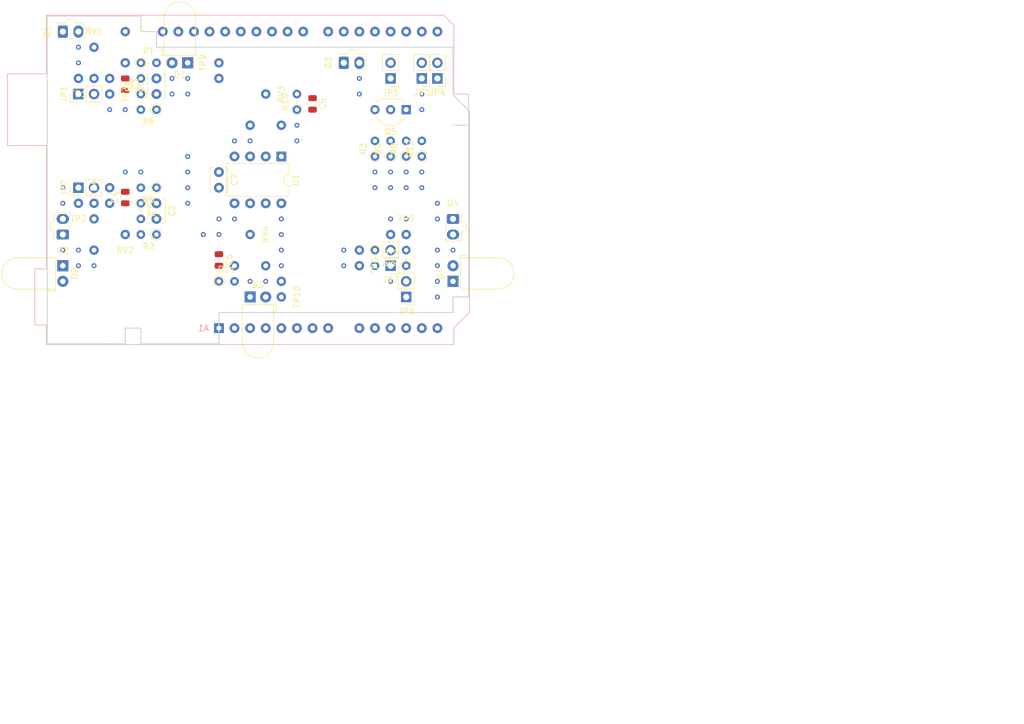
<source format=kicad_pcb>
(kicad_pcb (version 20171130) (host pcbnew "(5.1.4-0-10_14)")

  (general
    (thickness 1.6)
    (drawings 28)
    (tracks 275)
    (zones 0)
    (modules 51)
    (nets 51)
  )

  (page A4)
  (layers
    (0 F.Solder signal)
    (1 B.Solder signal)
    (2 F.Wire signal)
    (31 B.Wire signal hide)
    (32 B.Adhes user hide)
    (33 F.Adhes user hide)
    (34 B.Paste user hide)
    (35 F.Paste user hide)
    (36 B.SilkS user)
    (37 F.SilkS user)
    (38 B.Mask user)
    (39 F.Mask user hide)
    (40 Dwgs.User user)
    (41 Cmts.User user)
    (42 Eco1.User user)
    (43 Eco2.User user)
    (44 Edge.Cuts user)
    (45 Margin user)
    (46 B.CrtYd user)
    (47 F.CrtYd user)
    (48 B.Fab user hide)
    (49 F.Fab user hide)
  )

  (setup
    (last_trace_width 0.25)
    (trace_clearance 0.2)
    (zone_clearance 0.508)
    (zone_45_only no)
    (trace_min 0.2)
    (via_size 0.8)
    (via_drill 0.4)
    (via_min_size 0.4)
    (via_min_drill 0.3)
    (uvia_size 0.3)
    (uvia_drill 0.1)
    (uvias_allowed no)
    (uvia_min_size 0.2)
    (uvia_min_drill 0.1)
    (edge_width 0.15)
    (segment_width 0.2)
    (pcb_text_width 0.3)
    (pcb_text_size 1.5 1.5)
    (mod_edge_width 0.15)
    (mod_text_size 1 1)
    (mod_text_width 0.15)
    (pad_size 1.524 1.524)
    (pad_drill 0.762)
    (pad_to_mask_clearance 0.051)
    (solder_mask_min_width 0.25)
    (aux_axis_origin 0 0)
    (visible_elements FFFFFF7F)
    (pcbplotparams
      (layerselection 0x010fc_ffffffff)
      (usegerberextensions false)
      (usegerberattributes false)
      (usegerberadvancedattributes false)
      (creategerberjobfile false)
      (excludeedgelayer true)
      (linewidth 0.100000)
      (plotframeref false)
      (viasonmask false)
      (mode 1)
      (useauxorigin false)
      (hpglpennumber 1)
      (hpglpenspeed 20)
      (hpglpendiameter 15.000000)
      (psnegative false)
      (psa4output false)
      (plotreference true)
      (plotvalue true)
      (plotinvisibletext false)
      (padsonsilk false)
      (subtractmaskfromsilk false)
      (outputformat 1)
      (mirror false)
      (drillshape 1)
      (scaleselection 1)
      (outputdirectory ""))
  )

  (net 0 "")
  (net 1 "Net-(A1-Pad32)")
  (net 2 "Net-(A1-Pad31)")
  (net 3 "Net-(A1-Pad1)")
  (net 4 "Net-(A1-Pad17)")
  (net 5 "Net-(A1-Pad2)")
  (net 6 "Net-(A1-Pad18)")
  (net 7 "Net-(A1-Pad3)")
  (net 8 "Net-(A1-Pad19)")
  (net 9 "Net-(A1-Pad20)")
  (net 10 +5V)
  (net 11 "Net-(A1-Pad21)")
  (net 12 GND)
  (net 13 "Net-(A1-Pad22)")
  (net 14 "Net-(A1-Pad23)")
  (net 15 "Net-(A1-Pad8)")
  (net 16 "Net-(A1-Pad24)")
  (net 17 "Net-(A1-Pad9)")
  (net 18 "Net-(A1-Pad25)")
  (net 19 "Net-(A1-Pad10)")
  (net 20 "Net-(A1-Pad26)")
  (net 21 "Net-(A1-Pad11)")
  (net 22 "Net-(A1-Pad27)")
  (net 23 "Net-(A1-Pad12)")
  (net 24 "Net-(A1-Pad28)")
  (net 25 "Net-(A1-Pad13)")
  (net 26 "Net-(A1-Pad14)")
  (net 27 "Net-(A1-Pad30)")
  (net 28 "Net-(A1-Pad15)")
  (net 29 "Net-(A1-Pad16)")
  (net 30 "Net-(JP1-Pad1)")
  (net 31 "Net-(JP2-Pad1)")
  (net 32 "Net-(A1-Pad4)")
  (net 33 "Net-(C3-Pad1)")
  (net 34 "Net-(C4-Pad1)")
  (net 35 "Net-(D1-Pad1)")
  (net 36 "Net-(D2-Pad1)")
  (net 37 "Net-(D3-Pad1)")
  (net 38 "Net-(D4-Pad1)")
  (net 39 /L_Select)
  (net 40 /R_Select)
  (net 41 /Lights_Ctrl)
  (net 42 "Net-(JP6-Pad2)")
  (net 43 "Net-(JP7-Pad2)")
  (net 44 "Net-(Q5-Pad1)")
  (net 45 "Net-(R10-Pad2)")
  (net 46 "Net-(R11-Pad2)")
  (net 47 /Amplified_Photo_A)
  (net 48 /Amplified_Photo_B)
  (net 49 "Net-(R1-Pad1)")
  (net 50 "Net-(R2-Pad2)")

  (net_class Default "This is the default net class."
    (clearance 0.2)
    (trace_width 0.25)
    (via_dia 0.8)
    (via_drill 0.4)
    (uvia_dia 0.3)
    (uvia_drill 0.1)
    (add_net +5V)
    (add_net /Amplified_Photo_A)
    (add_net /Amplified_Photo_B)
    (add_net /L_Select)
    (add_net /Lights_Ctrl)
    (add_net /R_Select)
    (add_net GND)
    (add_net "Net-(A1-Pad1)")
    (add_net "Net-(A1-Pad10)")
    (add_net "Net-(A1-Pad11)")
    (add_net "Net-(A1-Pad12)")
    (add_net "Net-(A1-Pad13)")
    (add_net "Net-(A1-Pad14)")
    (add_net "Net-(A1-Pad15)")
    (add_net "Net-(A1-Pad16)")
    (add_net "Net-(A1-Pad17)")
    (add_net "Net-(A1-Pad18)")
    (add_net "Net-(A1-Pad19)")
    (add_net "Net-(A1-Pad2)")
    (add_net "Net-(A1-Pad20)")
    (add_net "Net-(A1-Pad21)")
    (add_net "Net-(A1-Pad22)")
    (add_net "Net-(A1-Pad23)")
    (add_net "Net-(A1-Pad24)")
    (add_net "Net-(A1-Pad25)")
    (add_net "Net-(A1-Pad26)")
    (add_net "Net-(A1-Pad27)")
    (add_net "Net-(A1-Pad28)")
    (add_net "Net-(A1-Pad3)")
    (add_net "Net-(A1-Pad30)")
    (add_net "Net-(A1-Pad31)")
    (add_net "Net-(A1-Pad32)")
    (add_net "Net-(A1-Pad4)")
    (add_net "Net-(A1-Pad8)")
    (add_net "Net-(A1-Pad9)")
    (add_net "Net-(C3-Pad1)")
    (add_net "Net-(C4-Pad1)")
    (add_net "Net-(D1-Pad1)")
    (add_net "Net-(D2-Pad1)")
    (add_net "Net-(D3-Pad1)")
    (add_net "Net-(D4-Pad1)")
    (add_net "Net-(JP1-Pad1)")
    (add_net "Net-(JP2-Pad1)")
    (add_net "Net-(JP6-Pad2)")
    (add_net "Net-(JP7-Pad2)")
    (add_net "Net-(Q5-Pad1)")
    (add_net "Net-(R1-Pad1)")
    (add_net "Net-(R10-Pad2)")
    (add_net "Net-(R11-Pad2)")
    (add_net "Net-(R2-Pad2)")
  )

  (module ECE3400:Arduino_UNO_R3 (layer B.Wire) (tedit 5D8CE35F) (tstamp 5E130788)
    (at 139.7 129.54)
    (path /5D98C8A2)
    (fp_text reference A1 (at -2.54 0 -180) (layer B.SilkS)
      (effects (font (size 1 1) (thickness 0.15)) (justify mirror))
    )
    (fp_text value Arduino_UNO_R3 (at 0 -22.86) (layer B.Fab)
      (effects (font (size 1 1) (thickness 0.15)) (justify mirror))
    )
    (fp_text user %R (at 0 -20.32 -180) (layer B.Fab)
      (effects (font (size 1 1) (thickness 0.15)) (justify mirror))
    )
    (fp_line (start 38.35 2.79) (end 38.35 0) (layer B.CrtYd) (width 0.05))
    (fp_line (start 38.35 0) (end 40.89 -2.54) (layer B.CrtYd) (width 0.05))
    (fp_line (start 40.89 -2.54) (end 40.89 -35.31) (layer B.CrtYd) (width 0.05))
    (fp_line (start 40.89 -35.31) (end 38.35 -37.85) (layer B.CrtYd) (width 0.05))
    (fp_line (start 38.35 -37.85) (end 38.35 -49.28) (layer B.CrtYd) (width 0.05))
    (fp_line (start 38.35 -49.28) (end 36.58 -51.05) (layer B.CrtYd) (width 0.05))
    (fp_line (start 36.58 -51.05) (end -28.19 -51.05) (layer B.CrtYd) (width 0.05))
    (fp_line (start -28.19 -51.05) (end -28.19 -41.53) (layer B.CrtYd) (width 0.05))
    (fp_line (start -28.19 -41.53) (end -34.54 -41.53) (layer B.CrtYd) (width 0.05))
    (fp_line (start -34.54 -41.53) (end -34.54 -29.59) (layer B.CrtYd) (width 0.05))
    (fp_line (start -34.54 -29.59) (end -28.19 -29.59) (layer B.CrtYd) (width 0.05))
    (fp_line (start -28.19 -29.59) (end -28.19 -9.78) (layer B.CrtYd) (width 0.05))
    (fp_line (start -28.19 -9.78) (end -30.1 -9.78) (layer B.CrtYd) (width 0.05))
    (fp_line (start -30.1 -9.78) (end -30.1 -0.38) (layer B.CrtYd) (width 0.05))
    (fp_line (start -30.1 -0.38) (end -28.19 -0.38) (layer B.CrtYd) (width 0.05))
    (fp_line (start -28.19 -0.38) (end -28.19 2.79) (layer B.CrtYd) (width 0.05))
    (fp_line (start -28.19 2.79) (end 38.35 2.79) (layer B.CrtYd) (width 0.05))
    (fp_line (start 40.77 -35.31) (end 40.77 -2.54) (layer B.SilkS) (width 0.12))
    (fp_line (start 40.77 -2.54) (end 38.23 0) (layer B.SilkS) (width 0.12))
    (fp_line (start 38.23 0) (end 38.23 2.67) (layer B.SilkS) (width 0.12))
    (fp_line (start 38.23 2.67) (end -28.07 2.67) (layer B.SilkS) (width 0.12))
    (fp_line (start -28.07 2.67) (end -28.07 -0.51) (layer B.SilkS) (width 0.12))
    (fp_line (start -28.07 -0.51) (end -29.97 -0.51) (layer B.SilkS) (width 0.12))
    (fp_line (start -29.97 -0.51) (end -29.97 -9.65) (layer B.SilkS) (width 0.12))
    (fp_line (start -29.97 -9.65) (end -28.07 -9.65) (layer B.SilkS) (width 0.12))
    (fp_line (start -28.07 -9.65) (end -28.07 -29.72) (layer B.SilkS) (width 0.12))
    (fp_line (start -28.07 -29.72) (end -34.42 -29.72) (layer B.SilkS) (width 0.12))
    (fp_line (start -34.42 -29.72) (end -34.42 -41.4) (layer B.SilkS) (width 0.12))
    (fp_line (start -34.42 -41.4) (end -28.07 -41.4) (layer B.SilkS) (width 0.12))
    (fp_line (start -28.07 -41.4) (end -28.07 -50.93) (layer B.SilkS) (width 0.12))
    (fp_line (start -28.07 -50.93) (end 36.58 -50.93) (layer B.SilkS) (width 0.12))
    (fp_line (start 36.58 -50.93) (end 38.23 -49.28) (layer B.SilkS) (width 0.12))
    (fp_line (start 38.23 -49.28) (end 38.23 -37.85) (layer B.SilkS) (width 0.12))
    (fp_line (start 38.23 -37.85) (end 40.77 -35.31) (layer B.SilkS) (width 0.12))
    (fp_line (start -34.29 -29.84) (end -18.41 -29.84) (layer B.Fab) (width 0.1))
    (fp_line (start -18.41 -29.84) (end -18.41 -41.27) (layer B.Fab) (width 0.1))
    (fp_line (start -18.41 -41.27) (end -34.29 -41.27) (layer B.Fab) (width 0.1))
    (fp_line (start -34.29 -41.27) (end -34.29 -29.84) (layer B.Fab) (width 0.1))
    (fp_line (start -29.84 -0.64) (end -16.51 -0.64) (layer B.Fab) (width 0.1))
    (fp_line (start -16.51 -0.64) (end -16.51 -9.53) (layer B.Fab) (width 0.1))
    (fp_line (start -16.51 -9.53) (end -29.84 -9.53) (layer B.Fab) (width 0.1))
    (fp_line (start -29.84 -9.53) (end -29.84 -0.64) (layer B.Fab) (width 0.1))
    (fp_line (start 38.1 -37.85) (end 38.1 -49.28) (layer B.Fab) (width 0.1))
    (fp_line (start 40.64 -2.54) (end 40.64 -35.31) (layer B.Fab) (width 0.1))
    (fp_line (start 40.64 -35.31) (end 38.1 -37.85) (layer B.Fab) (width 0.1))
    (fp_line (start 38.1 2.54) (end 38.1 0) (layer B.Fab) (width 0.1))
    (fp_line (start 38.1 0) (end 40.64 -2.54) (layer B.Fab) (width 0.1))
    (fp_line (start 38.1 -49.28) (end 36.58 -50.8) (layer B.Fab) (width 0.1))
    (fp_line (start 36.58 -50.8) (end -27.94 -50.8) (layer B.Fab) (width 0.1))
    (fp_line (start -27.94 -50.8) (end -27.94 2.54) (layer B.Fab) (width 0.1))
    (fp_line (start -27.94 2.54) (end 38.1 2.54) (layer B.Fab) (width 0.1))
    (pad 32 thru_hole oval (at -9.14 -48.26 270) (size 1.6 1.6) (drill 0.8) (layers *.Cu *.Mask)
      (net 1 "Net-(A1-Pad32)"))
    (pad 31 thru_hole oval (at -6.6 -48.26 270) (size 1.6 1.6) (drill 0.8) (layers *.Cu *.Mask)
      (net 2 "Net-(A1-Pad31)"))
    (pad 1 thru_hole rect (at 0 0 270) (size 1.6 1.6) (drill 0.8) (layers *.Cu *.Mask)
      (net 3 "Net-(A1-Pad1)"))
    (pad 17 thru_hole oval (at 30.48 -48.26 270) (size 1.6 1.6) (drill 0.8) (layers *.Cu *.Mask)
      (net 4 "Net-(A1-Pad17)"))
    (pad 2 thru_hole oval (at 2.54 0 270) (size 1.6 1.6) (drill 0.8) (layers *.Cu *.Mask)
      (net 5 "Net-(A1-Pad2)"))
    (pad 18 thru_hole oval (at 27.94 -48.26 270) (size 1.6 1.6) (drill 0.8) (layers *.Cu *.Mask)
      (net 6 "Net-(A1-Pad18)"))
    (pad 3 thru_hole oval (at 5.08 0 270) (size 1.6 1.6) (drill 0.8) (layers *.Cu *.Mask)
      (net 7 "Net-(A1-Pad3)"))
    (pad 19 thru_hole oval (at 25.4 -48.26 270) (size 1.6 1.6) (drill 0.8) (layers *.Cu *.Mask)
      (net 8 "Net-(A1-Pad19)"))
    (pad 4 thru_hole oval (at 7.62 0 270) (size 1.6 1.6) (drill 0.8) (layers *.Cu *.Mask)
      (net 32 "Net-(A1-Pad4)"))
    (pad 20 thru_hole oval (at 22.86 -48.26 270) (size 1.6 1.6) (drill 0.8) (layers *.Cu *.Mask)
      (net 9 "Net-(A1-Pad20)"))
    (pad 5 thru_hole oval (at 10.16 0 270) (size 1.6 1.6) (drill 0.8) (layers *.Cu *.Mask)
      (net 10 +5V))
    (pad 21 thru_hole oval (at 20.32 -48.26 270) (size 1.6 1.6) (drill 0.8) (layers *.Cu *.Mask)
      (net 11 "Net-(A1-Pad21)"))
    (pad 6 thru_hole oval (at 12.7 0 270) (size 1.6 1.6) (drill 0.8) (layers *.Cu *.Mask)
      (net 12 GND))
    (pad 22 thru_hole oval (at 17.78 -48.26 270) (size 1.6 1.6) (drill 0.8) (layers *.Cu *.Mask)
      (net 13 "Net-(A1-Pad22)"))
    (pad 7 thru_hole oval (at 15.24 0 270) (size 1.6 1.6) (drill 0.8) (layers *.Cu *.Mask)
      (net 12 GND))
    (pad 23 thru_hole oval (at 13.72 -48.26 270) (size 1.6 1.6) (drill 0.8) (layers *.Cu *.Mask)
      (net 14 "Net-(A1-Pad23)"))
    (pad 8 thru_hole oval (at 17.78 0 270) (size 1.6 1.6) (drill 0.8) (layers *.Cu *.Mask)
      (net 15 "Net-(A1-Pad8)"))
    (pad 24 thru_hole oval (at 11.18 -48.26 270) (size 1.6 1.6) (drill 0.8) (layers *.Cu *.Mask)
      (net 16 "Net-(A1-Pad24)"))
    (pad 9 thru_hole oval (at 22.86 0 270) (size 1.6 1.6) (drill 0.8) (layers *.Cu *.Mask)
      (net 17 "Net-(A1-Pad9)"))
    (pad 25 thru_hole oval (at 8.64 -48.26 270) (size 1.6 1.6) (drill 0.8) (layers *.Cu *.Mask)
      (net 18 "Net-(A1-Pad25)"))
    (pad 10 thru_hole oval (at 25.4 0 270) (size 1.6 1.6) (drill 0.8) (layers *.Cu *.Mask)
      (net 19 "Net-(A1-Pad10)"))
    (pad 26 thru_hole oval (at 6.1 -48.26 270) (size 1.6 1.6) (drill 0.8) (layers *.Cu *.Mask)
      (net 20 "Net-(A1-Pad26)"))
    (pad 11 thru_hole oval (at 27.94 0 270) (size 1.6 1.6) (drill 0.8) (layers *.Cu *.Mask)
      (net 21 "Net-(A1-Pad11)"))
    (pad 27 thru_hole oval (at 3.56 -48.26 270) (size 1.6 1.6) (drill 0.8) (layers *.Cu *.Mask)
      (net 22 "Net-(A1-Pad27)"))
    (pad 12 thru_hole oval (at 30.48 0 270) (size 1.6 1.6) (drill 0.8) (layers *.Cu *.Mask)
      (net 23 "Net-(A1-Pad12)"))
    (pad 28 thru_hole oval (at 1.02 -48.26 270) (size 1.6 1.6) (drill 0.8) (layers *.Cu *.Mask)
      (net 24 "Net-(A1-Pad28)"))
    (pad 13 thru_hole oval (at 33.02 0 270) (size 1.6 1.6) (drill 0.8) (layers *.Cu *.Mask)
      (net 25 "Net-(A1-Pad13)"))
    (pad 29 thru_hole oval (at -1.52 -48.26 270) (size 1.6 1.6) (drill 0.8) (layers *.Cu *.Mask)
      (net 12 GND))
    (pad 14 thru_hole oval (at 35.56 0 270) (size 1.6 1.6) (drill 0.8) (layers *.Cu *.Mask)
      (net 26 "Net-(A1-Pad14)"))
    (pad 30 thru_hole oval (at -4.06 -48.26 270) (size 1.6 1.6) (drill 0.8) (layers *.Cu *.Mask)
      (net 27 "Net-(A1-Pad30)"))
    (pad 15 thru_hole oval (at 35.56 -48.26 270) (size 1.6 1.6) (drill 0.8) (layers *.Cu *.Mask)
      (net 28 "Net-(A1-Pad15)"))
    (pad 16 thru_hole oval (at 33.02 -48.26 270) (size 1.6 1.6) (drill 0.8) (layers *.Cu *.Mask)
      (net 29 "Net-(A1-Pad16)"))
    (model ${KISYS3DMOD}/Module.3dshapes/Arduino_UNO_R3.wrl
      (at (xyz 0 0 0))
      (scale (xyz 1 1 1))
      (rotate (xyz 0 0 0))
    )
  )

  (module ECE3400:C_Ceramic (layer F.Solder) (tedit 5D8D0682) (tstamp 5DC38246)
    (at 129.54 91.44 90)
    (path /5DAB8913)
    (fp_text reference C1 (at 1.25 -2.55 90) (layer F.SilkS)
      (effects (font (size 1 1) (thickness 0.15)))
    )
    (fp_text value 0.1uF (at 1.25 2.55 90) (layer F.Fab)
      (effects (font (size 1 1) (thickness 0.15)))
    )
    (fp_line (start -0.65 -1.3) (end -0.65 1.3) (layer F.Fab) (width 0.1))
    (fp_line (start -0.65 1.3) (end 3.15 1.3) (layer F.Fab) (width 0.1))
    (fp_line (start 3.15 1.3) (end 3.15 -1.3) (layer F.Fab) (width 0.1))
    (fp_line (start 3.15 -1.3) (end -0.65 -1.3) (layer F.Fab) (width 0.1))
    (fp_line (start -0.77 -1.42) (end 3.27 -1.42) (layer F.SilkS) (width 0.12))
    (fp_line (start -0.77 1.42) (end 3.27 1.42) (layer F.SilkS) (width 0.12))
    (fp_line (start -0.77 -1.42) (end -0.77 -0.795) (layer F.SilkS) (width 0.12))
    (fp_line (start -0.77 0.795) (end -0.77 1.42) (layer F.SilkS) (width 0.12))
    (fp_line (start 3.27 -1.42) (end 3.27 -0.795) (layer F.SilkS) (width 0.12))
    (fp_line (start 3.27 0.795) (end 3.27 1.42) (layer F.SilkS) (width 0.12))
    (fp_line (start -1.05 -1.55) (end -1.05 1.55) (layer F.CrtYd) (width 0.05))
    (fp_line (start -1.05 1.55) (end 3.55 1.55) (layer F.CrtYd) (width 0.05))
    (fp_line (start 3.55 1.55) (end 3.55 -1.55) (layer F.CrtYd) (width 0.05))
    (fp_line (start 3.55 -1.55) (end -1.05 -1.55) (layer F.CrtYd) (width 0.05))
    (fp_text user %R (at 1.25 0 90) (layer F.Fab)
      (effects (font (size 0.76 0.76) (thickness 0.114)))
    )
    (pad 1 thru_hole circle (at 0 0 90) (size 1.6 1.6) (drill 0.8) (layers *.Cu *.Mask)
      (net 12 GND))
    (pad 2 thru_hole circle (at 2.54 0 90) (size 1.6 1.6) (drill 0.8) (layers *.Cu *.Mask)
      (net 10 +5V))
    (model ${KISYS3DMOD}/Capacitor_THT.3dshapes/C_Disc_D3.8mm_W2.6mm_P2.50mm.wrl
      (at (xyz 0 0 0))
      (scale (xyz 1 1 1))
      (rotate (xyz 0 0 0))
    )
  )

  (module ECE3400:C_Ceramic (layer F.Solder) (tedit 5D8D0682) (tstamp 5DC3825B)
    (at 129.54 109.22 270)
    (path /5DBD020C)
    (fp_text reference C2 (at 1.25 -2.55 90) (layer F.SilkS)
      (effects (font (size 1 1) (thickness 0.15)))
    )
    (fp_text value 0.1uF (at 1.25 2.55 90) (layer F.Fab)
      (effects (font (size 1 1) (thickness 0.15)))
    )
    (fp_text user %R (at 1.25 0 90) (layer F.Fab)
      (effects (font (size 0.76 0.76) (thickness 0.114)))
    )
    (fp_line (start 3.55 -1.55) (end -1.05 -1.55) (layer F.CrtYd) (width 0.05))
    (fp_line (start 3.55 1.55) (end 3.55 -1.55) (layer F.CrtYd) (width 0.05))
    (fp_line (start -1.05 1.55) (end 3.55 1.55) (layer F.CrtYd) (width 0.05))
    (fp_line (start -1.05 -1.55) (end -1.05 1.55) (layer F.CrtYd) (width 0.05))
    (fp_line (start 3.27 0.795) (end 3.27 1.42) (layer F.SilkS) (width 0.12))
    (fp_line (start 3.27 -1.42) (end 3.27 -0.795) (layer F.SilkS) (width 0.12))
    (fp_line (start -0.77 0.795) (end -0.77 1.42) (layer F.SilkS) (width 0.12))
    (fp_line (start -0.77 -1.42) (end -0.77 -0.795) (layer F.SilkS) (width 0.12))
    (fp_line (start -0.77 1.42) (end 3.27 1.42) (layer F.SilkS) (width 0.12))
    (fp_line (start -0.77 -1.42) (end 3.27 -1.42) (layer F.SilkS) (width 0.12))
    (fp_line (start 3.15 -1.3) (end -0.65 -1.3) (layer F.Fab) (width 0.1))
    (fp_line (start 3.15 1.3) (end 3.15 -1.3) (layer F.Fab) (width 0.1))
    (fp_line (start -0.65 1.3) (end 3.15 1.3) (layer F.Fab) (width 0.1))
    (fp_line (start -0.65 -1.3) (end -0.65 1.3) (layer F.Fab) (width 0.1))
    (pad 2 thru_hole circle (at 2.54 0 270) (size 1.6 1.6) (drill 0.8) (layers *.Cu *.Mask)
      (net 10 +5V))
    (pad 1 thru_hole circle (at 0 0 270) (size 1.6 1.6) (drill 0.8) (layers *.Cu *.Mask)
      (net 12 GND))
    (model ${KISYS3DMOD}/Capacitor_THT.3dshapes/C_Disc_D3.8mm_W2.6mm_P2.50mm.wrl
      (at (xyz 0 0 0))
      (scale (xyz 1 1 1))
      (rotate (xyz 0 0 0))
    )
  )

  (module ECE3400:C_0805 (layer F.Solder) (tedit 5D967D53) (tstamp 5DC3826C)
    (at 124.46 89.8375 270)
    (path /5D99996D)
    (attr smd)
    (fp_text reference C3 (at 0 -1.65 90) (layer F.SilkS)
      (effects (font (size 1 1) (thickness 0.15)))
    )
    (fp_text value 10uF (at 0 1.65 90) (layer F.Fab)
      (effects (font (size 1 1) (thickness 0.15)))
    )
    (fp_text user %R (at 0 0 90) (layer F.Fab)
      (effects (font (size 0.5 0.5) (thickness 0.08)))
    )
    (fp_line (start 1.68 0.95) (end -1.68 0.95) (layer F.CrtYd) (width 0.05))
    (fp_line (start 1.68 -0.95) (end 1.68 0.95) (layer F.CrtYd) (width 0.05))
    (fp_line (start -1.68 -0.95) (end 1.68 -0.95) (layer F.CrtYd) (width 0.05))
    (fp_line (start -1.68 0.95) (end -1.68 -0.95) (layer F.CrtYd) (width 0.05))
    (fp_line (start -0.258578 0.71) (end 0.258578 0.71) (layer F.SilkS) (width 0.12))
    (fp_line (start -0.258578 -0.71) (end 0.258578 -0.71) (layer F.SilkS) (width 0.12))
    (fp_line (start 1 0.6) (end -1 0.6) (layer F.Fab) (width 0.1))
    (fp_line (start 1 -0.6) (end 1 0.6) (layer F.Fab) (width 0.1))
    (fp_line (start -1 -0.6) (end 1 -0.6) (layer F.Fab) (width 0.1))
    (fp_line (start -1 0.6) (end -1 -0.6) (layer F.Fab) (width 0.1))
    (pad 2 smd roundrect (at 0.9375 0 270) (size 0.975 1.4) (layers F.Solder F.Paste F.Mask) (roundrect_rratio 0.25)
      (net 33 "Net-(C3-Pad1)"))
    (pad 1 smd roundrect (at -0.9375 0 270) (size 0.975 1.4) (layers F.Solder F.Paste F.Mask) (roundrect_rratio 0.25)
      (net 33 "Net-(C3-Pad1)"))
    (model ${KISYS3DMOD}/Capacitor_SMD.3dshapes/C_0805_2012Metric.wrl
      (at (xyz 0 0 0))
      (scale (xyz 1 1 1))
      (rotate (xyz 0 0 0))
    )
  )

  (module ECE3400:C_0805 (layer F.Solder) (tedit 5D967D53) (tstamp 5DC3827D)
    (at 124.46 108.2825 90)
    (path /5DBD0274)
    (attr smd)
    (fp_text reference C4 (at 0 -1.65 90) (layer F.SilkS)
      (effects (font (size 1 1) (thickness 0.15)))
    )
    (fp_text value 10uF (at 0 1.65 90) (layer F.Fab)
      (effects (font (size 1 1) (thickness 0.15)))
    )
    (fp_text user %R (at 0 0 90) (layer F.Fab)
      (effects (font (size 0.5 0.5) (thickness 0.08)))
    )
    (fp_line (start 1.68 0.95) (end -1.68 0.95) (layer F.CrtYd) (width 0.05))
    (fp_line (start 1.68 -0.95) (end 1.68 0.95) (layer F.CrtYd) (width 0.05))
    (fp_line (start -1.68 -0.95) (end 1.68 -0.95) (layer F.CrtYd) (width 0.05))
    (fp_line (start -1.68 0.95) (end -1.68 -0.95) (layer F.CrtYd) (width 0.05))
    (fp_line (start -0.258578 0.71) (end 0.258578 0.71) (layer F.SilkS) (width 0.12))
    (fp_line (start -0.258578 -0.71) (end 0.258578 -0.71) (layer F.SilkS) (width 0.12))
    (fp_line (start 1 0.6) (end -1 0.6) (layer F.Fab) (width 0.1))
    (fp_line (start 1 -0.6) (end 1 0.6) (layer F.Fab) (width 0.1))
    (fp_line (start -1 -0.6) (end 1 -0.6) (layer F.Fab) (width 0.1))
    (fp_line (start -1 0.6) (end -1 -0.6) (layer F.Fab) (width 0.1))
    (pad 2 smd roundrect (at 0.9375 0 90) (size 0.975 1.4) (layers F.Solder F.Paste F.Mask) (roundrect_rratio 0.25)
      (net 34 "Net-(C4-Pad1)"))
    (pad 1 smd roundrect (at -0.9375 0 90) (size 0.975 1.4) (layers F.Solder F.Paste F.Mask) (roundrect_rratio 0.25)
      (net 34 "Net-(C4-Pad1)"))
    (model ${KISYS3DMOD}/Capacitor_SMD.3dshapes/C_0805_2012Metric.wrl
      (at (xyz 0 0 0))
      (scale (xyz 1 1 1))
      (rotate (xyz 0 0 0))
    )
  )

  (module ECE3400:C_0805 (layer F.Solder) (tedit 5D967D53) (tstamp 5DC3A4D5)
    (at 154.94 93.0425 270)
    (path /5D98FCFC)
    (attr smd)
    (fp_text reference C5 (at 0 -1.65 90) (layer F.SilkS)
      (effects (font (size 1 1) (thickness 0.15)))
    )
    (fp_text value 10uF (at 0 1.65 90) (layer F.Fab)
      (effects (font (size 1 1) (thickness 0.15)))
    )
    (fp_text user %R (at 0 0 90) (layer F.Fab)
      (effects (font (size 0.5 0.5) (thickness 0.08)))
    )
    (fp_line (start 1.68 0.95) (end -1.68 0.95) (layer F.CrtYd) (width 0.05))
    (fp_line (start 1.68 -0.95) (end 1.68 0.95) (layer F.CrtYd) (width 0.05))
    (fp_line (start -1.68 -0.95) (end 1.68 -0.95) (layer F.CrtYd) (width 0.05))
    (fp_line (start -1.68 0.95) (end -1.68 -0.95) (layer F.CrtYd) (width 0.05))
    (fp_line (start -0.258578 0.71) (end 0.258578 0.71) (layer F.SilkS) (width 0.12))
    (fp_line (start -0.258578 -0.71) (end 0.258578 -0.71) (layer F.SilkS) (width 0.12))
    (fp_line (start 1 0.6) (end -1 0.6) (layer F.Fab) (width 0.1))
    (fp_line (start 1 -0.6) (end 1 0.6) (layer F.Fab) (width 0.1))
    (fp_line (start -1 -0.6) (end 1 -0.6) (layer F.Fab) (width 0.1))
    (fp_line (start -1 0.6) (end -1 -0.6) (layer F.Fab) (width 0.1))
    (pad 2 smd roundrect (at 0.9375 0 270) (size 0.975 1.4) (layers F.Solder F.Paste F.Mask) (roundrect_rratio 0.25)
      (net 10 +5V))
    (pad 1 smd roundrect (at -0.9375 0 270) (size 0.975 1.4) (layers F.Solder F.Paste F.Mask) (roundrect_rratio 0.25)
      (net 12 GND))
    (model ${KISYS3DMOD}/Capacitor_SMD.3dshapes/C_0805_2012Metric.wrl
      (at (xyz 0 0 0))
      (scale (xyz 1 1 1))
      (rotate (xyz 0 0 0))
    )
  )

  (module ECE3400:C_0805 (layer F.Solder) (tedit 5D967D53) (tstamp 5DC3829F)
    (at 139.7 118.4425 270)
    (path /5DBD026B)
    (attr smd)
    (fp_text reference C6 (at 0 -1.65 90) (layer F.SilkS)
      (effects (font (size 1 1) (thickness 0.15)))
    )
    (fp_text value 10uF (at 0 1.65 90) (layer F.Fab)
      (effects (font (size 1 1) (thickness 0.15)))
    )
    (fp_line (start -1 0.6) (end -1 -0.6) (layer F.Fab) (width 0.1))
    (fp_line (start -1 -0.6) (end 1 -0.6) (layer F.Fab) (width 0.1))
    (fp_line (start 1 -0.6) (end 1 0.6) (layer F.Fab) (width 0.1))
    (fp_line (start 1 0.6) (end -1 0.6) (layer F.Fab) (width 0.1))
    (fp_line (start -0.258578 -0.71) (end 0.258578 -0.71) (layer F.SilkS) (width 0.12))
    (fp_line (start -0.258578 0.71) (end 0.258578 0.71) (layer F.SilkS) (width 0.12))
    (fp_line (start -1.68 0.95) (end -1.68 -0.95) (layer F.CrtYd) (width 0.05))
    (fp_line (start -1.68 -0.95) (end 1.68 -0.95) (layer F.CrtYd) (width 0.05))
    (fp_line (start 1.68 -0.95) (end 1.68 0.95) (layer F.CrtYd) (width 0.05))
    (fp_line (start 1.68 0.95) (end -1.68 0.95) (layer F.CrtYd) (width 0.05))
    (fp_text user %R (at 0 0 90) (layer F.Fab)
      (effects (font (size 0.5 0.5) (thickness 0.08)))
    )
    (pad 1 smd roundrect (at -0.9375 0 270) (size 0.975 1.4) (layers F.Solder F.Paste F.Mask) (roundrect_rratio 0.25)
      (net 12 GND))
    (pad 2 smd roundrect (at 0.9375 0 270) (size 0.975 1.4) (layers F.Solder F.Paste F.Mask) (roundrect_rratio 0.25)
      (net 10 +5V))
    (model ${KISYS3DMOD}/Capacitor_SMD.3dshapes/C_0805_2012Metric.wrl
      (at (xyz 0 0 0))
      (scale (xyz 1 1 1))
      (rotate (xyz 0 0 0))
    )
  )

  (module ECE3400:C_Ceramic (layer F.Solder) (tedit 5D8D0682) (tstamp 5DC382B4)
    (at 139.7 104.14 270)
    (path /5D846B04)
    (fp_text reference C7 (at 1.25 -2.55 90) (layer F.SilkS)
      (effects (font (size 1 1) (thickness 0.15)))
    )
    (fp_text value 0.1uF (at 1.25 2.55 90) (layer F.Fab)
      (effects (font (size 1 1) (thickness 0.15)))
    )
    (fp_line (start -0.65 -1.3) (end -0.65 1.3) (layer F.Fab) (width 0.1))
    (fp_line (start -0.65 1.3) (end 3.15 1.3) (layer F.Fab) (width 0.1))
    (fp_line (start 3.15 1.3) (end 3.15 -1.3) (layer F.Fab) (width 0.1))
    (fp_line (start 3.15 -1.3) (end -0.65 -1.3) (layer F.Fab) (width 0.1))
    (fp_line (start -0.77 -1.42) (end 3.27 -1.42) (layer F.SilkS) (width 0.12))
    (fp_line (start -0.77 1.42) (end 3.27 1.42) (layer F.SilkS) (width 0.12))
    (fp_line (start -0.77 -1.42) (end -0.77 -0.795) (layer F.SilkS) (width 0.12))
    (fp_line (start -0.77 0.795) (end -0.77 1.42) (layer F.SilkS) (width 0.12))
    (fp_line (start 3.27 -1.42) (end 3.27 -0.795) (layer F.SilkS) (width 0.12))
    (fp_line (start 3.27 0.795) (end 3.27 1.42) (layer F.SilkS) (width 0.12))
    (fp_line (start -1.05 -1.55) (end -1.05 1.55) (layer F.CrtYd) (width 0.05))
    (fp_line (start -1.05 1.55) (end 3.55 1.55) (layer F.CrtYd) (width 0.05))
    (fp_line (start 3.55 1.55) (end 3.55 -1.55) (layer F.CrtYd) (width 0.05))
    (fp_line (start 3.55 -1.55) (end -1.05 -1.55) (layer F.CrtYd) (width 0.05))
    (fp_text user %R (at 1.25 0 90) (layer F.Fab)
      (effects (font (size 0.76 0.76) (thickness 0.114)))
    )
    (pad 1 thru_hole circle (at 0 0 270) (size 1.6 1.6) (drill 0.8) (layers *.Cu *.Mask)
      (net 12 GND))
    (pad 2 thru_hole circle (at 2.54 0 270) (size 1.6 1.6) (drill 0.8) (layers *.Cu *.Mask)
      (net 10 +5V))
    (model ${KISYS3DMOD}/Capacitor_THT.3dshapes/C_Disc_D3.8mm_W2.6mm_P2.50mm.wrl
      (at (xyz 0 0 0))
      (scale (xyz 1 1 1))
      (rotate (xyz 0 0 0))
    )
  )

  (module ECE3400:LED_5.0mm_Horizontal (layer F.Solder) (tedit 5DC306ED) (tstamp 5DC3935D)
    (at 134.62 86.36 180)
    (path /5DBEE50B)
    (fp_text reference D1 (at 1.27 -1.96) (layer F.SilkS)
      (effects (font (size 1 1) (thickness 0.15)))
    )
    (fp_text value LED (at 1.27 10.93) (layer F.Fab)
      (effects (font (size 1 1) (thickness 0.15)))
    )
    (fp_line (start 4.5 -1.25) (end -1.95 -1.25) (layer F.CrtYd) (width 0.05))
    (fp_line (start 4.5 10.2) (end 4.5 -1.25) (layer F.CrtYd) (width 0.05))
    (fp_line (start -1.95 10.2) (end 4.5 10.2) (layer F.CrtYd) (width 0.05))
    (fp_line (start -1.95 -1.25) (end -1.95 10.2) (layer F.CrtYd) (width 0.05))
    (fp_line (start 2.54 1.08) (end 2.54 1.08) (layer F.SilkS) (width 0.12))
    (fp_line (start 2.54 1.21) (end 2.54 1.08) (layer F.SilkS) (width 0.12))
    (fp_line (start 2.54 1.21) (end 2.54 1.21) (layer F.SilkS) (width 0.12))
    (fp_line (start 2.54 1.08) (end 2.54 1.21) (layer F.SilkS) (width 0.12))
    (fp_line (start 0 1.08) (end 0 1.08) (layer F.SilkS) (width 0.12))
    (fp_line (start 0 1.21) (end 0 1.08) (layer F.SilkS) (width 0.12))
    (fp_line (start 0 1.21) (end 0 1.21) (layer F.SilkS) (width 0.12))
    (fp_line (start 0 1.08) (end 0 1.21) (layer F.SilkS) (width 0.12))
    (fp_line (start 3.83 1.21) (end 4.23 1.21) (layer F.SilkS) (width 0.12))
    (fp_line (start 3.83 2.33) (end 3.83 1.21) (layer F.SilkS) (width 0.12))
    (fp_line (start 4.23 2.33) (end 3.83 2.33) (layer F.SilkS) (width 0.12))
    (fp_line (start 4.23 1.21) (end 4.23 2.33) (layer F.SilkS) (width 0.12))
    (fp_line (start -1.29 1.21) (end 3.83 1.21) (layer F.SilkS) (width 0.12))
    (fp_line (start 3.83 1.21) (end 3.83 7.37) (layer F.SilkS) (width 0.12))
    (fp_line (start -1.29 1.21) (end -1.29 7.37) (layer F.SilkS) (width 0.12))
    (fp_line (start 2.54 0) (end 2.54 0) (layer F.Fab) (width 0.1))
    (fp_line (start 2.54 1.27) (end 2.54 0) (layer F.Fab) (width 0.1))
    (fp_line (start 2.54 1.27) (end 2.54 1.27) (layer F.Fab) (width 0.1))
    (fp_line (start 2.54 0) (end 2.54 1.27) (layer F.Fab) (width 0.1))
    (fp_line (start 0 0) (end 0 0) (layer F.Fab) (width 0.1))
    (fp_line (start 0 1.27) (end 0 0) (layer F.Fab) (width 0.1))
    (fp_line (start 0 1.27) (end 0 1.27) (layer F.Fab) (width 0.1))
    (fp_line (start 0 0) (end 0 1.27) (layer F.Fab) (width 0.1))
    (fp_line (start 3.77 1.27) (end 4.17 1.27) (layer F.Fab) (width 0.1))
    (fp_line (start 3.77 2.27) (end 3.77 1.27) (layer F.Fab) (width 0.1))
    (fp_line (start 4.17 2.27) (end 3.77 2.27) (layer F.Fab) (width 0.1))
    (fp_line (start 4.17 1.27) (end 4.17 2.27) (layer F.Fab) (width 0.1))
    (fp_line (start -1.23 1.27) (end 3.77 1.27) (layer F.Fab) (width 0.1))
    (fp_line (start 3.77 1.27) (end 3.77 7.37) (layer F.Fab) (width 0.1))
    (fp_line (start -1.23 1.27) (end -1.23 7.37) (layer F.Fab) (width 0.1))
    (fp_arc (start 1.27 7.37) (end -1.29 7.37) (angle -180) (layer F.SilkS) (width 0.12))
    (fp_arc (start 1.27 7.37) (end -1.23 7.37) (angle -180) (layer F.Fab) (width 0.1))
    (pad 2 thru_hole circle (at 2.54 0 180) (size 1.8 1.8) (drill 0.9) (layers *.Cu *.Mask)
      (net 10 +5V))
    (pad 1 thru_hole rect (at 0 0 180) (size 1.8 1.8) (drill 0.9) (layers *.Cu *.Mask)
      (net 35 "Net-(D1-Pad1)"))
    (model ${KISYS3DMOD}/LED_THT.3dshapes/LED_D5.0mm_Horizontal_O1.27mm_Z3.0mm.wrl
      (at (xyz 0 0 0))
      (scale (xyz 1 1 1))
      (rotate (xyz 0 0 0))
    )
  )

  (module ECE3400:LED_5.0mm_Horizontal (layer F.Solder) (tedit 5DC306ED) (tstamp 5DC38308)
    (at 114.3 119.38 270)
    (path /5DBF0420)
    (fp_text reference D2 (at 1.27 -1.96 90) (layer F.SilkS)
      (effects (font (size 1 1) (thickness 0.15)))
    )
    (fp_text value LED (at 1.27 10.93 90) (layer F.Fab)
      (effects (font (size 1 1) (thickness 0.15)))
    )
    (fp_arc (start 1.27 7.37) (end -1.23 7.37) (angle -180) (layer F.Fab) (width 0.1))
    (fp_arc (start 1.27 7.37) (end -1.29 7.37) (angle -180) (layer F.SilkS) (width 0.12))
    (fp_line (start -1.23 1.27) (end -1.23 7.37) (layer F.Fab) (width 0.1))
    (fp_line (start 3.77 1.27) (end 3.77 7.37) (layer F.Fab) (width 0.1))
    (fp_line (start -1.23 1.27) (end 3.77 1.27) (layer F.Fab) (width 0.1))
    (fp_line (start 4.17 1.27) (end 4.17 2.27) (layer F.Fab) (width 0.1))
    (fp_line (start 4.17 2.27) (end 3.77 2.27) (layer F.Fab) (width 0.1))
    (fp_line (start 3.77 2.27) (end 3.77 1.27) (layer F.Fab) (width 0.1))
    (fp_line (start 3.77 1.27) (end 4.17 1.27) (layer F.Fab) (width 0.1))
    (fp_line (start 0 0) (end 0 1.27) (layer F.Fab) (width 0.1))
    (fp_line (start 0 1.27) (end 0 1.27) (layer F.Fab) (width 0.1))
    (fp_line (start 0 1.27) (end 0 0) (layer F.Fab) (width 0.1))
    (fp_line (start 0 0) (end 0 0) (layer F.Fab) (width 0.1))
    (fp_line (start 2.54 0) (end 2.54 1.27) (layer F.Fab) (width 0.1))
    (fp_line (start 2.54 1.27) (end 2.54 1.27) (layer F.Fab) (width 0.1))
    (fp_line (start 2.54 1.27) (end 2.54 0) (layer F.Fab) (width 0.1))
    (fp_line (start 2.54 0) (end 2.54 0) (layer F.Fab) (width 0.1))
    (fp_line (start -1.29 1.21) (end -1.29 7.37) (layer F.SilkS) (width 0.12))
    (fp_line (start 3.83 1.21) (end 3.83 7.37) (layer F.SilkS) (width 0.12))
    (fp_line (start -1.29 1.21) (end 3.83 1.21) (layer F.SilkS) (width 0.12))
    (fp_line (start 4.23 1.21) (end 4.23 2.33) (layer F.SilkS) (width 0.12))
    (fp_line (start 4.23 2.33) (end 3.83 2.33) (layer F.SilkS) (width 0.12))
    (fp_line (start 3.83 2.33) (end 3.83 1.21) (layer F.SilkS) (width 0.12))
    (fp_line (start 3.83 1.21) (end 4.23 1.21) (layer F.SilkS) (width 0.12))
    (fp_line (start 0 1.08) (end 0 1.21) (layer F.SilkS) (width 0.12))
    (fp_line (start 0 1.21) (end 0 1.21) (layer F.SilkS) (width 0.12))
    (fp_line (start 0 1.21) (end 0 1.08) (layer F.SilkS) (width 0.12))
    (fp_line (start 0 1.08) (end 0 1.08) (layer F.SilkS) (width 0.12))
    (fp_line (start 2.54 1.08) (end 2.54 1.21) (layer F.SilkS) (width 0.12))
    (fp_line (start 2.54 1.21) (end 2.54 1.21) (layer F.SilkS) (width 0.12))
    (fp_line (start 2.54 1.21) (end 2.54 1.08) (layer F.SilkS) (width 0.12))
    (fp_line (start 2.54 1.08) (end 2.54 1.08) (layer F.SilkS) (width 0.12))
    (fp_line (start -1.95 -1.25) (end -1.95 10.2) (layer F.CrtYd) (width 0.05))
    (fp_line (start -1.95 10.2) (end 4.5 10.2) (layer F.CrtYd) (width 0.05))
    (fp_line (start 4.5 10.2) (end 4.5 -1.25) (layer F.CrtYd) (width 0.05))
    (fp_line (start 4.5 -1.25) (end -1.95 -1.25) (layer F.CrtYd) (width 0.05))
    (pad 1 thru_hole rect (at 0 0 270) (size 1.8 1.8) (drill 0.9) (layers *.Cu *.Mask)
      (net 36 "Net-(D2-Pad1)"))
    (pad 2 thru_hole circle (at 2.54 0 270) (size 1.8 1.8) (drill 0.9) (layers *.Cu *.Mask)
      (net 10 +5V))
    (model ${KISYS3DMOD}/LED_THT.3dshapes/LED_D5.0mm_Horizontal_O1.27mm_Z3.0mm.wrl
      (at (xyz 0 0 0))
      (scale (xyz 1 1 1))
      (rotate (xyz 0 0 0))
    )
  )

  (module ECE3400:LED_5.0mm_Horizontal (layer F.Solder) (tedit 5DC306ED) (tstamp 5DC38332)
    (at 144.78 124.46)
    (path /5DBF12FD)
    (fp_text reference D3 (at 1.27 -1.96) (layer F.SilkS)
      (effects (font (size 1 1) (thickness 0.15)))
    )
    (fp_text value LED (at 1.27 10.93) (layer F.Fab)
      (effects (font (size 1 1) (thickness 0.15)))
    )
    (fp_line (start 4.5 -1.25) (end -1.95 -1.25) (layer F.CrtYd) (width 0.05))
    (fp_line (start 4.5 10.2) (end 4.5 -1.25) (layer F.CrtYd) (width 0.05))
    (fp_line (start -1.95 10.2) (end 4.5 10.2) (layer F.CrtYd) (width 0.05))
    (fp_line (start -1.95 -1.25) (end -1.95 10.2) (layer F.CrtYd) (width 0.05))
    (fp_line (start 2.54 1.08) (end 2.54 1.08) (layer F.SilkS) (width 0.12))
    (fp_line (start 2.54 1.21) (end 2.54 1.08) (layer F.SilkS) (width 0.12))
    (fp_line (start 2.54 1.21) (end 2.54 1.21) (layer F.SilkS) (width 0.12))
    (fp_line (start 2.54 1.08) (end 2.54 1.21) (layer F.SilkS) (width 0.12))
    (fp_line (start 0 1.08) (end 0 1.08) (layer F.SilkS) (width 0.12))
    (fp_line (start 0 1.21) (end 0 1.08) (layer F.SilkS) (width 0.12))
    (fp_line (start 0 1.21) (end 0 1.21) (layer F.SilkS) (width 0.12))
    (fp_line (start 0 1.08) (end 0 1.21) (layer F.SilkS) (width 0.12))
    (fp_line (start 3.83 1.21) (end 4.23 1.21) (layer F.SilkS) (width 0.12))
    (fp_line (start 3.83 2.33) (end 3.83 1.21) (layer F.SilkS) (width 0.12))
    (fp_line (start 4.23 2.33) (end 3.83 2.33) (layer F.SilkS) (width 0.12))
    (fp_line (start 4.23 1.21) (end 4.23 2.33) (layer F.SilkS) (width 0.12))
    (fp_line (start -1.29 1.21) (end 3.83 1.21) (layer F.SilkS) (width 0.12))
    (fp_line (start 3.83 1.21) (end 3.83 7.37) (layer F.SilkS) (width 0.12))
    (fp_line (start -1.29 1.21) (end -1.29 7.37) (layer F.SilkS) (width 0.12))
    (fp_line (start 2.54 0) (end 2.54 0) (layer F.Fab) (width 0.1))
    (fp_line (start 2.54 1.27) (end 2.54 0) (layer F.Fab) (width 0.1))
    (fp_line (start 2.54 1.27) (end 2.54 1.27) (layer F.Fab) (width 0.1))
    (fp_line (start 2.54 0) (end 2.54 1.27) (layer F.Fab) (width 0.1))
    (fp_line (start 0 0) (end 0 0) (layer F.Fab) (width 0.1))
    (fp_line (start 0 1.27) (end 0 0) (layer F.Fab) (width 0.1))
    (fp_line (start 0 1.27) (end 0 1.27) (layer F.Fab) (width 0.1))
    (fp_line (start 0 0) (end 0 1.27) (layer F.Fab) (width 0.1))
    (fp_line (start 3.77 1.27) (end 4.17 1.27) (layer F.Fab) (width 0.1))
    (fp_line (start 3.77 2.27) (end 3.77 1.27) (layer F.Fab) (width 0.1))
    (fp_line (start 4.17 2.27) (end 3.77 2.27) (layer F.Fab) (width 0.1))
    (fp_line (start 4.17 1.27) (end 4.17 2.27) (layer F.Fab) (width 0.1))
    (fp_line (start -1.23 1.27) (end 3.77 1.27) (layer F.Fab) (width 0.1))
    (fp_line (start 3.77 1.27) (end 3.77 7.37) (layer F.Fab) (width 0.1))
    (fp_line (start -1.23 1.27) (end -1.23 7.37) (layer F.Fab) (width 0.1))
    (fp_arc (start 1.27 7.37) (end -1.29 7.37) (angle -180) (layer F.SilkS) (width 0.12))
    (fp_arc (start 1.27 7.37) (end -1.23 7.37) (angle -180) (layer F.Fab) (width 0.1))
    (pad 2 thru_hole circle (at 2.54 0) (size 1.8 1.8) (drill 0.9) (layers *.Cu *.Mask)
      (net 10 +5V))
    (pad 1 thru_hole rect (at 0 0) (size 1.8 1.8) (drill 0.9) (layers *.Cu *.Mask)
      (net 37 "Net-(D3-Pad1)"))
    (model ${KISYS3DMOD}/LED_THT.3dshapes/LED_D5.0mm_Horizontal_O1.27mm_Z3.0mm.wrl
      (at (xyz 0 0 0))
      (scale (xyz 1 1 1))
      (rotate (xyz 0 0 0))
    )
  )

  (module ECE3400:LED_5.0mm_Horizontal (layer F.Solder) (tedit 5DC306ED) (tstamp 5DC3835C)
    (at 177.8 121.92 90)
    (path /5DBF130F)
    (fp_text reference D4 (at 1.27 -1.96 90) (layer F.SilkS)
      (effects (font (size 1 1) (thickness 0.15)))
    )
    (fp_text value LED (at 1.27 10.93 90) (layer F.Fab)
      (effects (font (size 1 1) (thickness 0.15)))
    )
    (fp_arc (start 1.27 7.37) (end -1.23 7.37) (angle -180) (layer F.Fab) (width 0.1))
    (fp_arc (start 1.27 7.37) (end -1.29 7.37) (angle -180) (layer F.SilkS) (width 0.12))
    (fp_line (start -1.23 1.27) (end -1.23 7.37) (layer F.Fab) (width 0.1))
    (fp_line (start 3.77 1.27) (end 3.77 7.37) (layer F.Fab) (width 0.1))
    (fp_line (start -1.23 1.27) (end 3.77 1.27) (layer F.Fab) (width 0.1))
    (fp_line (start 4.17 1.27) (end 4.17 2.27) (layer F.Fab) (width 0.1))
    (fp_line (start 4.17 2.27) (end 3.77 2.27) (layer F.Fab) (width 0.1))
    (fp_line (start 3.77 2.27) (end 3.77 1.27) (layer F.Fab) (width 0.1))
    (fp_line (start 3.77 1.27) (end 4.17 1.27) (layer F.Fab) (width 0.1))
    (fp_line (start 0 0) (end 0 1.27) (layer F.Fab) (width 0.1))
    (fp_line (start 0 1.27) (end 0 1.27) (layer F.Fab) (width 0.1))
    (fp_line (start 0 1.27) (end 0 0) (layer F.Fab) (width 0.1))
    (fp_line (start 0 0) (end 0 0) (layer F.Fab) (width 0.1))
    (fp_line (start 2.54 0) (end 2.54 1.27) (layer F.Fab) (width 0.1))
    (fp_line (start 2.54 1.27) (end 2.54 1.27) (layer F.Fab) (width 0.1))
    (fp_line (start 2.54 1.27) (end 2.54 0) (layer F.Fab) (width 0.1))
    (fp_line (start 2.54 0) (end 2.54 0) (layer F.Fab) (width 0.1))
    (fp_line (start -1.29 1.21) (end -1.29 7.37) (layer F.SilkS) (width 0.12))
    (fp_line (start 3.83 1.21) (end 3.83 7.37) (layer F.SilkS) (width 0.12))
    (fp_line (start -1.29 1.21) (end 3.83 1.21) (layer F.SilkS) (width 0.12))
    (fp_line (start 4.23 1.21) (end 4.23 2.33) (layer F.SilkS) (width 0.12))
    (fp_line (start 4.23 2.33) (end 3.83 2.33) (layer F.SilkS) (width 0.12))
    (fp_line (start 3.83 2.33) (end 3.83 1.21) (layer F.SilkS) (width 0.12))
    (fp_line (start 3.83 1.21) (end 4.23 1.21) (layer F.SilkS) (width 0.12))
    (fp_line (start 0 1.08) (end 0 1.21) (layer F.SilkS) (width 0.12))
    (fp_line (start 0 1.21) (end 0 1.21) (layer F.SilkS) (width 0.12))
    (fp_line (start 0 1.21) (end 0 1.08) (layer F.SilkS) (width 0.12))
    (fp_line (start 0 1.08) (end 0 1.08) (layer F.SilkS) (width 0.12))
    (fp_line (start 2.54 1.08) (end 2.54 1.21) (layer F.SilkS) (width 0.12))
    (fp_line (start 2.54 1.21) (end 2.54 1.21) (layer F.SilkS) (width 0.12))
    (fp_line (start 2.54 1.21) (end 2.54 1.08) (layer F.SilkS) (width 0.12))
    (fp_line (start 2.54 1.08) (end 2.54 1.08) (layer F.SilkS) (width 0.12))
    (fp_line (start -1.95 -1.25) (end -1.95 10.2) (layer F.CrtYd) (width 0.05))
    (fp_line (start -1.95 10.2) (end 4.5 10.2) (layer F.CrtYd) (width 0.05))
    (fp_line (start 4.5 10.2) (end 4.5 -1.25) (layer F.CrtYd) (width 0.05))
    (fp_line (start 4.5 -1.25) (end -1.95 -1.25) (layer F.CrtYd) (width 0.05))
    (pad 1 thru_hole rect (at 0 0 90) (size 1.8 1.8) (drill 0.9) (layers *.Cu *.Mask)
      (net 38 "Net-(D4-Pad1)"))
    (pad 2 thru_hole circle (at 2.54 0 90) (size 1.8 1.8) (drill 0.9) (layers *.Cu *.Mask)
      (net 10 +5V))
    (model ${KISYS3DMOD}/LED_THT.3dshapes/LED_D5.0mm_Horizontal_O1.27mm_Z3.0mm.wrl
      (at (xyz 0 0 0))
      (scale (xyz 1 1 1))
      (rotate (xyz 0 0 0))
    )
  )

  (module ECE3400:Jumper (layer F.Solder) (tedit 5D88F95F) (tstamp 5DC3A277)
    (at 116.84 91.44 90)
    (path /5DABF1C0)
    (fp_text reference JP1 (at 0 -2.33 90) (layer F.SilkS)
      (effects (font (size 1 1) (thickness 0.15)))
    )
    (fp_text value Jumper (at 0 4.87 90) (layer F.Fab)
      (effects (font (size 1 1) (thickness 0.15)))
    )
    (fp_text user %R (at 0 1.27) (layer F.Fab)
      (effects (font (size 1 1) (thickness 0.15)))
    )
    (fp_line (start 1.8 -1.8) (end -1.8 -1.8) (layer F.CrtYd) (width 0.05))
    (fp_line (start 1.8 4.35) (end 1.8 -1.8) (layer F.CrtYd) (width 0.05))
    (fp_line (start -1.8 4.35) (end 1.8 4.35) (layer F.CrtYd) (width 0.05))
    (fp_line (start -1.8 -1.8) (end -1.8 4.35) (layer F.CrtYd) (width 0.05))
    (fp_line (start -1.33 -1.33) (end 0 -1.33) (layer F.SilkS) (width 0.12))
    (fp_line (start -1.33 0) (end -1.33 -1.33) (layer F.SilkS) (width 0.12))
    (fp_line (start -1.33 1.27) (end 1.33 1.27) (layer F.SilkS) (width 0.12))
    (fp_line (start 1.33 1.27) (end 1.33 3.87) (layer F.SilkS) (width 0.12))
    (fp_line (start -1.33 1.27) (end -1.33 3.87) (layer F.SilkS) (width 0.12))
    (fp_line (start -1.33 3.87) (end 1.33 3.87) (layer F.SilkS) (width 0.12))
    (fp_line (start -1.27 -0.635) (end -0.635 -1.27) (layer F.Fab) (width 0.1))
    (fp_line (start -1.27 3.81) (end -1.27 -0.635) (layer F.Fab) (width 0.1))
    (fp_line (start 1.27 3.81) (end -1.27 3.81) (layer F.Fab) (width 0.1))
    (fp_line (start 1.27 -1.27) (end 1.27 3.81) (layer F.Fab) (width 0.1))
    (fp_line (start -0.635 -1.27) (end 1.27 -1.27) (layer F.Fab) (width 0.1))
    (pad 2 thru_hole oval (at 0 2.54 90) (size 1.7 1.7) (drill 1) (layers *.Cu *.Mask)
      (net 33 "Net-(C3-Pad1)"))
    (pad 1 thru_hole rect (at 0 0 90) (size 1.7 1.7) (drill 1) (layers *.Cu *.Mask)
      (net 30 "Net-(JP1-Pad1)"))
    (model ${KISYS3DMOD}/Connector_PinHeader_2.54mm.3dshapes/PinHeader_1x02_P2.54mm_Vertical.wrl
      (at (xyz 0 0 0))
      (scale (xyz 1 1 1))
      (rotate (xyz 0 0 0))
    )
  )

  (module ECE3400:Jumper (layer F.Solder) (tedit 5D88F95F) (tstamp 5DC38388)
    (at 116.84 106.68 90)
    (path /5DBD0221)
    (fp_text reference JP2 (at 0 -2.33 90) (layer F.SilkS)
      (effects (font (size 1 1) (thickness 0.15)))
    )
    (fp_text value Jumper (at 0 4.87 90) (layer F.Fab)
      (effects (font (size 1 1) (thickness 0.15)))
    )
    (fp_text user %R (at 0 1.27) (layer F.Fab)
      (effects (font (size 1 1) (thickness 0.15)))
    )
    (fp_line (start 1.8 -1.8) (end -1.8 -1.8) (layer F.CrtYd) (width 0.05))
    (fp_line (start 1.8 4.35) (end 1.8 -1.8) (layer F.CrtYd) (width 0.05))
    (fp_line (start -1.8 4.35) (end 1.8 4.35) (layer F.CrtYd) (width 0.05))
    (fp_line (start -1.8 -1.8) (end -1.8 4.35) (layer F.CrtYd) (width 0.05))
    (fp_line (start -1.33 -1.33) (end 0 -1.33) (layer F.SilkS) (width 0.12))
    (fp_line (start -1.33 0) (end -1.33 -1.33) (layer F.SilkS) (width 0.12))
    (fp_line (start -1.33 1.27) (end 1.33 1.27) (layer F.SilkS) (width 0.12))
    (fp_line (start 1.33 1.27) (end 1.33 3.87) (layer F.SilkS) (width 0.12))
    (fp_line (start -1.33 1.27) (end -1.33 3.87) (layer F.SilkS) (width 0.12))
    (fp_line (start -1.33 3.87) (end 1.33 3.87) (layer F.SilkS) (width 0.12))
    (fp_line (start -1.27 -0.635) (end -0.635 -1.27) (layer F.Fab) (width 0.1))
    (fp_line (start -1.27 3.81) (end -1.27 -0.635) (layer F.Fab) (width 0.1))
    (fp_line (start 1.27 3.81) (end -1.27 3.81) (layer F.Fab) (width 0.1))
    (fp_line (start 1.27 -1.27) (end 1.27 3.81) (layer F.Fab) (width 0.1))
    (fp_line (start -0.635 -1.27) (end 1.27 -1.27) (layer F.Fab) (width 0.1))
    (pad 2 thru_hole oval (at 0 2.54 90) (size 1.7 1.7) (drill 1) (layers *.Cu *.Mask)
      (net 34 "Net-(C4-Pad1)"))
    (pad 1 thru_hole rect (at 0 0 90) (size 1.7 1.7) (drill 1) (layers *.Cu *.Mask)
      (net 31 "Net-(JP2-Pad1)"))
    (model ${KISYS3DMOD}/Connector_PinHeader_2.54mm.3dshapes/PinHeader_1x02_P2.54mm_Vertical.wrl
      (at (xyz 0 0 0))
      (scale (xyz 1 1 1))
      (rotate (xyz 0 0 0))
    )
  )

  (module ECE3400:Jumper (layer F.Solder) (tedit 5D88F95F) (tstamp 5DC3839E)
    (at 172.72 88.9 180)
    (path /5DCAF034)
    (fp_text reference JP3 (at 0 -2.33) (layer F.SilkS)
      (effects (font (size 1 1) (thickness 0.15)))
    )
    (fp_text value Jumper (at 0 4.87) (layer F.Fab)
      (effects (font (size 1 1) (thickness 0.15)))
    )
    (fp_line (start -0.635 -1.27) (end 1.27 -1.27) (layer F.Fab) (width 0.1))
    (fp_line (start 1.27 -1.27) (end 1.27 3.81) (layer F.Fab) (width 0.1))
    (fp_line (start 1.27 3.81) (end -1.27 3.81) (layer F.Fab) (width 0.1))
    (fp_line (start -1.27 3.81) (end -1.27 -0.635) (layer F.Fab) (width 0.1))
    (fp_line (start -1.27 -0.635) (end -0.635 -1.27) (layer F.Fab) (width 0.1))
    (fp_line (start -1.33 3.87) (end 1.33 3.87) (layer F.SilkS) (width 0.12))
    (fp_line (start -1.33 1.27) (end -1.33 3.87) (layer F.SilkS) (width 0.12))
    (fp_line (start 1.33 1.27) (end 1.33 3.87) (layer F.SilkS) (width 0.12))
    (fp_line (start -1.33 1.27) (end 1.33 1.27) (layer F.SilkS) (width 0.12))
    (fp_line (start -1.33 0) (end -1.33 -1.33) (layer F.SilkS) (width 0.12))
    (fp_line (start -1.33 -1.33) (end 0 -1.33) (layer F.SilkS) (width 0.12))
    (fp_line (start -1.8 -1.8) (end -1.8 4.35) (layer F.CrtYd) (width 0.05))
    (fp_line (start -1.8 4.35) (end 1.8 4.35) (layer F.CrtYd) (width 0.05))
    (fp_line (start 1.8 4.35) (end 1.8 -1.8) (layer F.CrtYd) (width 0.05))
    (fp_line (start 1.8 -1.8) (end -1.8 -1.8) (layer F.CrtYd) (width 0.05))
    (fp_text user %R (at 0 1.27 90) (layer F.Fab)
      (effects (font (size 1 1) (thickness 0.15)))
    )
    (pad 1 thru_hole rect (at 0 0 180) (size 1.7 1.7) (drill 1) (layers *.Cu *.Mask)
      (net 39 /L_Select))
    (pad 2 thru_hole oval (at 0 2.54 180) (size 1.7 1.7) (drill 1) (layers *.Cu *.Mask)
      (net 29 "Net-(A1-Pad16)"))
    (model ${KISYS3DMOD}/Connector_PinHeader_2.54mm.3dshapes/PinHeader_1x02_P2.54mm_Vertical.wrl
      (at (xyz 0 0 0))
      (scale (xyz 1 1 1))
      (rotate (xyz 0 0 0))
    )
  )

  (module ECE3400:Jumper (layer F.Solder) (tedit 5D88F95F) (tstamp 5DC383B4)
    (at 175.26 88.9 180)
    (path /5DCAEE53)
    (fp_text reference JP4 (at 0 -2.33) (layer F.SilkS)
      (effects (font (size 1 1) (thickness 0.15)))
    )
    (fp_text value Jumper (at 0 4.87) (layer F.Fab)
      (effects (font (size 1 1) (thickness 0.15)))
    )
    (fp_line (start -0.635 -1.27) (end 1.27 -1.27) (layer F.Fab) (width 0.1))
    (fp_line (start 1.27 -1.27) (end 1.27 3.81) (layer F.Fab) (width 0.1))
    (fp_line (start 1.27 3.81) (end -1.27 3.81) (layer F.Fab) (width 0.1))
    (fp_line (start -1.27 3.81) (end -1.27 -0.635) (layer F.Fab) (width 0.1))
    (fp_line (start -1.27 -0.635) (end -0.635 -1.27) (layer F.Fab) (width 0.1))
    (fp_line (start -1.33 3.87) (end 1.33 3.87) (layer F.SilkS) (width 0.12))
    (fp_line (start -1.33 1.27) (end -1.33 3.87) (layer F.SilkS) (width 0.12))
    (fp_line (start 1.33 1.27) (end 1.33 3.87) (layer F.SilkS) (width 0.12))
    (fp_line (start -1.33 1.27) (end 1.33 1.27) (layer F.SilkS) (width 0.12))
    (fp_line (start -1.33 0) (end -1.33 -1.33) (layer F.SilkS) (width 0.12))
    (fp_line (start -1.33 -1.33) (end 0 -1.33) (layer F.SilkS) (width 0.12))
    (fp_line (start -1.8 -1.8) (end -1.8 4.35) (layer F.CrtYd) (width 0.05))
    (fp_line (start -1.8 4.35) (end 1.8 4.35) (layer F.CrtYd) (width 0.05))
    (fp_line (start 1.8 4.35) (end 1.8 -1.8) (layer F.CrtYd) (width 0.05))
    (fp_line (start 1.8 -1.8) (end -1.8 -1.8) (layer F.CrtYd) (width 0.05))
    (fp_text user %R (at 0 1.27 90) (layer F.Fab)
      (effects (font (size 1 1) (thickness 0.15)))
    )
    (pad 1 thru_hole rect (at 0 0 180) (size 1.7 1.7) (drill 1) (layers *.Cu *.Mask)
      (net 40 /R_Select))
    (pad 2 thru_hole oval (at 0 2.54 180) (size 1.7 1.7) (drill 1) (layers *.Cu *.Mask)
      (net 28 "Net-(A1-Pad15)"))
    (model ${KISYS3DMOD}/Connector_PinHeader_2.54mm.3dshapes/PinHeader_1x02_P2.54mm_Vertical.wrl
      (at (xyz 0 0 0))
      (scale (xyz 1 1 1))
      (rotate (xyz 0 0 0))
    )
  )

  (module ECE3400:Jumper (layer F.Solder) (tedit 5D88F95F) (tstamp 5DC383CA)
    (at 167.64 88.9 180)
    (path /5DC99B80)
    (fp_text reference JP5 (at 0 -2.33) (layer F.SilkS)
      (effects (font (size 1 1) (thickness 0.15)))
    )
    (fp_text value Jumper (at 0 4.87) (layer F.Fab)
      (effects (font (size 1 1) (thickness 0.15)))
    )
    (fp_line (start -0.635 -1.27) (end 1.27 -1.27) (layer F.Fab) (width 0.1))
    (fp_line (start 1.27 -1.27) (end 1.27 3.81) (layer F.Fab) (width 0.1))
    (fp_line (start 1.27 3.81) (end -1.27 3.81) (layer F.Fab) (width 0.1))
    (fp_line (start -1.27 3.81) (end -1.27 -0.635) (layer F.Fab) (width 0.1))
    (fp_line (start -1.27 -0.635) (end -0.635 -1.27) (layer F.Fab) (width 0.1))
    (fp_line (start -1.33 3.87) (end 1.33 3.87) (layer F.SilkS) (width 0.12))
    (fp_line (start -1.33 1.27) (end -1.33 3.87) (layer F.SilkS) (width 0.12))
    (fp_line (start 1.33 1.27) (end 1.33 3.87) (layer F.SilkS) (width 0.12))
    (fp_line (start -1.33 1.27) (end 1.33 1.27) (layer F.SilkS) (width 0.12))
    (fp_line (start -1.33 0) (end -1.33 -1.33) (layer F.SilkS) (width 0.12))
    (fp_line (start -1.33 -1.33) (end 0 -1.33) (layer F.SilkS) (width 0.12))
    (fp_line (start -1.8 -1.8) (end -1.8 4.35) (layer F.CrtYd) (width 0.05))
    (fp_line (start -1.8 4.35) (end 1.8 4.35) (layer F.CrtYd) (width 0.05))
    (fp_line (start 1.8 4.35) (end 1.8 -1.8) (layer F.CrtYd) (width 0.05))
    (fp_line (start 1.8 -1.8) (end -1.8 -1.8) (layer F.CrtYd) (width 0.05))
    (fp_text user %R (at 0 1.27 90) (layer F.Fab)
      (effects (font (size 1 1) (thickness 0.15)))
    )
    (pad 1 thru_hole rect (at 0 0 180) (size 1.7 1.7) (drill 1) (layers *.Cu *.Mask)
      (net 41 /Lights_Ctrl))
    (pad 2 thru_hole oval (at 0 2.54 180) (size 1.7 1.7) (drill 1) (layers *.Cu *.Mask)
      (net 6 "Net-(A1-Pad18)"))
    (model ${KISYS3DMOD}/Connector_PinHeader_2.54mm.3dshapes/PinHeader_1x02_P2.54mm_Vertical.wrl
      (at (xyz 0 0 0))
      (scale (xyz 1 1 1))
      (rotate (xyz 0 0 0))
    )
  )

  (module ECE3400:Jumper (layer F.Solder) (tedit 5D88F95F) (tstamp 5DC383E0)
    (at 170.18 124.46 180)
    (path /5DADC697)
    (fp_text reference JP6 (at 0 -2.33) (layer F.SilkS)
      (effects (font (size 1 1) (thickness 0.15)))
    )
    (fp_text value Jumper (at 0 4.87) (layer F.Fab)
      (effects (font (size 1 1) (thickness 0.15)))
    )
    (fp_line (start -0.635 -1.27) (end 1.27 -1.27) (layer F.Fab) (width 0.1))
    (fp_line (start 1.27 -1.27) (end 1.27 3.81) (layer F.Fab) (width 0.1))
    (fp_line (start 1.27 3.81) (end -1.27 3.81) (layer F.Fab) (width 0.1))
    (fp_line (start -1.27 3.81) (end -1.27 -0.635) (layer F.Fab) (width 0.1))
    (fp_line (start -1.27 -0.635) (end -0.635 -1.27) (layer F.Fab) (width 0.1))
    (fp_line (start -1.33 3.87) (end 1.33 3.87) (layer F.SilkS) (width 0.12))
    (fp_line (start -1.33 1.27) (end -1.33 3.87) (layer F.SilkS) (width 0.12))
    (fp_line (start 1.33 1.27) (end 1.33 3.87) (layer F.SilkS) (width 0.12))
    (fp_line (start -1.33 1.27) (end 1.33 1.27) (layer F.SilkS) (width 0.12))
    (fp_line (start -1.33 0) (end -1.33 -1.33) (layer F.SilkS) (width 0.12))
    (fp_line (start -1.33 -1.33) (end 0 -1.33) (layer F.SilkS) (width 0.12))
    (fp_line (start -1.8 -1.8) (end -1.8 4.35) (layer F.CrtYd) (width 0.05))
    (fp_line (start -1.8 4.35) (end 1.8 4.35) (layer F.CrtYd) (width 0.05))
    (fp_line (start 1.8 4.35) (end 1.8 -1.8) (layer F.CrtYd) (width 0.05))
    (fp_line (start 1.8 -1.8) (end -1.8 -1.8) (layer F.CrtYd) (width 0.05))
    (fp_text user %R (at 0 1.27 90) (layer F.Fab)
      (effects (font (size 1 1) (thickness 0.15)))
    )
    (pad 1 thru_hole rect (at 0 0 180) (size 1.7 1.7) (drill 1) (layers *.Cu *.Mask)
      (net 23 "Net-(A1-Pad12)"))
    (pad 2 thru_hole oval (at 0 2.54 180) (size 1.7 1.7) (drill 1) (layers *.Cu *.Mask)
      (net 42 "Net-(JP6-Pad2)"))
    (model ${KISYS3DMOD}/Connector_PinHeader_2.54mm.3dshapes/PinHeader_1x02_P2.54mm_Vertical.wrl
      (at (xyz 0 0 0))
      (scale (xyz 1 1 1))
      (rotate (xyz 0 0 0))
    )
  )

  (module ECE3400:Jumper (layer F.Solder) (tedit 5D88F95F) (tstamp 5DC383F6)
    (at 167.64 119.38 180)
    (path /5DBC6C10)
    (fp_text reference JP7 (at 0 -2.33) (layer F.SilkS)
      (effects (font (size 1 1) (thickness 0.15)))
    )
    (fp_text value Jumper (at 0 4.87) (layer F.Fab)
      (effects (font (size 1 1) (thickness 0.15)))
    )
    (fp_text user %R (at 0 1.27 90) (layer F.Fab)
      (effects (font (size 1 1) (thickness 0.15)))
    )
    (fp_line (start 1.8 -1.8) (end -1.8 -1.8) (layer F.CrtYd) (width 0.05))
    (fp_line (start 1.8 4.35) (end 1.8 -1.8) (layer F.CrtYd) (width 0.05))
    (fp_line (start -1.8 4.35) (end 1.8 4.35) (layer F.CrtYd) (width 0.05))
    (fp_line (start -1.8 -1.8) (end -1.8 4.35) (layer F.CrtYd) (width 0.05))
    (fp_line (start -1.33 -1.33) (end 0 -1.33) (layer F.SilkS) (width 0.12))
    (fp_line (start -1.33 0) (end -1.33 -1.33) (layer F.SilkS) (width 0.12))
    (fp_line (start -1.33 1.27) (end 1.33 1.27) (layer F.SilkS) (width 0.12))
    (fp_line (start 1.33 1.27) (end 1.33 3.87) (layer F.SilkS) (width 0.12))
    (fp_line (start -1.33 1.27) (end -1.33 3.87) (layer F.SilkS) (width 0.12))
    (fp_line (start -1.33 3.87) (end 1.33 3.87) (layer F.SilkS) (width 0.12))
    (fp_line (start -1.27 -0.635) (end -0.635 -1.27) (layer F.Fab) (width 0.1))
    (fp_line (start -1.27 3.81) (end -1.27 -0.635) (layer F.Fab) (width 0.1))
    (fp_line (start 1.27 3.81) (end -1.27 3.81) (layer F.Fab) (width 0.1))
    (fp_line (start 1.27 -1.27) (end 1.27 3.81) (layer F.Fab) (width 0.1))
    (fp_line (start -0.635 -1.27) (end 1.27 -1.27) (layer F.Fab) (width 0.1))
    (pad 2 thru_hole oval (at 0 2.54 180) (size 1.7 1.7) (drill 1) (layers *.Cu *.Mask)
      (net 43 "Net-(JP7-Pad2)"))
    (pad 1 thru_hole rect (at 0 0 180) (size 1.7 1.7) (drill 1) (layers *.Cu *.Mask)
      (net 26 "Net-(A1-Pad14)"))
    (model ${KISYS3DMOD}/Connector_PinHeader_2.54mm.3dshapes/PinHeader_1x02_P2.54mm_Vertical.wrl
      (at (xyz 0 0 0))
      (scale (xyz 1 1 1))
      (rotate (xyz 0 0 0))
    )
  )

  (module ECE3400:PhotoNPN (layer F.Solder) (tedit 5DC30A0A) (tstamp 5DC38416)
    (at 114.3 81.28 90)
    (path /5DC1E37A)
    (fp_text reference Q1 (at 0 -2.54 90) (layer F.SilkS)
      (effects (font (size 1 1) (thickness 0.15)))
    )
    (fp_text value Q_Photo_NPN (at 0 5.08 90) (layer F.Fab)
      (effects (font (size 1 1) (thickness 0.15)))
    )
    (fp_line (start -0.45 -0.93) (end -1.03 -0.35) (layer F.Fab) (width 0.1))
    (fp_line (start -1.14 3.61) (end -1.14 3.04) (layer F.SilkS) (width 0.12))
    (fp_line (start 1.4 3.61) (end -1.14 3.61) (layer F.SilkS) (width 0.12))
    (fp_line (start 2.25 0.91) (end 1.72 0.38) (layer F.CrtYd) (width 0.05))
    (fp_line (start 1.53 0.38) (end 1.72 0.38) (layer F.CrtYd) (width 0.05))
    (fp_line (start 1.72 2.22) (end 2.25 1.69) (layer F.CrtYd) (width 0.05))
    (fp_line (start 2.25 1.69) (end 2.25 0.91) (layer F.CrtYd) (width 0.05))
    (fp_line (start 1.53 2.22) (end 1.72 2.22) (layer F.CrtYd) (width 0.05))
    (fp_arc (start 1.3 1.3) (end 1.3 0.6) (angle 90) (layer F.Fab) (width 0.1))
    (fp_arc (start 1.3 1.3) (end 2 1.3) (angle 90) (layer F.Fab) (width 0.1))
    (fp_arc (start 1.3 1.3) (end 1.4 0.45) (angle 90) (layer F.SilkS) (width 0.12))
    (fp_arc (start 1.3 1.3) (end 2.15 1.2) (angle 90) (layer F.SilkS) (width 0.12))
    (fp_line (start -1.03 3.47) (end -1.03 -0.35) (layer F.Fab) (width 0.1))
    (fp_line (start 1.28 3.47) (end -1.03 3.47) (layer F.Fab) (width 0.1))
    (fp_line (start 1.28 -0.93) (end 1.28 0.6) (layer F.Fab) (width 0.1))
    (fp_line (start -0.45 -0.93) (end 1.28 -0.93) (layer F.Fab) (width 0.1))
    (fp_line (start -1.14 2.05) (end -1.14 0.87) (layer F.SilkS) (width 0.12))
    (fp_line (start 1.4 2.15) (end 1.4 3.61) (layer F.SilkS) (width 0.12))
    (fp_line (start -1.38 3.92) (end -1.38 -1.38) (layer F.CrtYd) (width 0.05))
    (fp_line (start 1.53 3.92) (end -1.38 3.92) (layer F.CrtYd) (width 0.05))
    (fp_line (start 1.53 -1.38) (end 1.53 0.38) (layer F.CrtYd) (width 0.05))
    (fp_line (start -1.38 -1.38) (end 1.53 -1.38) (layer F.CrtYd) (width 0.05))
    (fp_line (start 1.28 3.47) (end 1.28 2) (layer F.Fab) (width 0.1))
    (fp_line (start 1.4 -0.93) (end 1.4 0.45) (layer F.SilkS) (width 0.12))
    (fp_line (start 1.53 2.22) (end 1.53 3.92) (layer F.CrtYd) (width 0.05))
    (fp_text user %R (at 0.2 1.3) (layer F.Fab)
      (effects (font (size 1 1) (thickness 0.15)))
    )
    (pad 1 thru_hole roundrect (at 0 0 90) (size 2 1.6) (drill 1) (layers *.Cu *.Mask) (roundrect_rratio 0.156)
      (net 12 GND))
    (pad 2 thru_hole oval (at 0 2.54 90) (size 2 1.6) (drill 1) (layers *.Cu *.Mask)
      (net 30 "Net-(JP1-Pad1)"))
    (model ${KISYS3DMOD}/OptoDevice.3dshapes/Osram_LPT80A.wrl
      (at (xyz 0 0 0))
      (scale (xyz 1 1 1))
      (rotate (xyz 0 0 0))
    )
  )

  (module ECE3400:PhotoNPN (layer F.Solder) (tedit 5DC30A0A) (tstamp 5DC391D5)
    (at 114.3 114.3 180)
    (path /5DC4945A)
    (fp_text reference Q2 (at 0 -2.54) (layer F.SilkS)
      (effects (font (size 1 1) (thickness 0.15)))
    )
    (fp_text value Q_Photo_NPN (at 0 5.08) (layer F.Fab)
      (effects (font (size 1 1) (thickness 0.15)))
    )
    (fp_text user %R (at 0.2 1.3 90) (layer F.Fab)
      (effects (font (size 1 1) (thickness 0.15)))
    )
    (fp_line (start 1.53 2.22) (end 1.53 3.92) (layer F.CrtYd) (width 0.05))
    (fp_line (start 1.4 -0.93) (end 1.4 0.45) (layer F.SilkS) (width 0.12))
    (fp_line (start 1.28 3.47) (end 1.28 2) (layer F.Fab) (width 0.1))
    (fp_line (start -1.38 -1.38) (end 1.53 -1.38) (layer F.CrtYd) (width 0.05))
    (fp_line (start 1.53 -1.38) (end 1.53 0.38) (layer F.CrtYd) (width 0.05))
    (fp_line (start 1.53 3.92) (end -1.38 3.92) (layer F.CrtYd) (width 0.05))
    (fp_line (start -1.38 3.92) (end -1.38 -1.38) (layer F.CrtYd) (width 0.05))
    (fp_line (start 1.4 2.15) (end 1.4 3.61) (layer F.SilkS) (width 0.12))
    (fp_line (start -1.14 2.05) (end -1.14 0.87) (layer F.SilkS) (width 0.12))
    (fp_line (start -0.45 -0.93) (end 1.28 -0.93) (layer F.Fab) (width 0.1))
    (fp_line (start 1.28 -0.93) (end 1.28 0.6) (layer F.Fab) (width 0.1))
    (fp_line (start 1.28 3.47) (end -1.03 3.47) (layer F.Fab) (width 0.1))
    (fp_line (start -1.03 3.47) (end -1.03 -0.35) (layer F.Fab) (width 0.1))
    (fp_arc (start 1.3 1.3) (end 2.15 1.2) (angle 90) (layer F.SilkS) (width 0.12))
    (fp_arc (start 1.3 1.3) (end 1.4 0.45) (angle 90) (layer F.SilkS) (width 0.12))
    (fp_arc (start 1.3 1.3) (end 2 1.3) (angle 90) (layer F.Fab) (width 0.1))
    (fp_arc (start 1.3 1.3) (end 1.3 0.6) (angle 90) (layer F.Fab) (width 0.1))
    (fp_line (start 1.53 2.22) (end 1.72 2.22) (layer F.CrtYd) (width 0.05))
    (fp_line (start 2.25 1.69) (end 2.25 0.91) (layer F.CrtYd) (width 0.05))
    (fp_line (start 1.72 2.22) (end 2.25 1.69) (layer F.CrtYd) (width 0.05))
    (fp_line (start 1.53 0.38) (end 1.72 0.38) (layer F.CrtYd) (width 0.05))
    (fp_line (start 2.25 0.91) (end 1.72 0.38) (layer F.CrtYd) (width 0.05))
    (fp_line (start 1.4 3.61) (end -1.14 3.61) (layer F.SilkS) (width 0.12))
    (fp_line (start -1.14 3.61) (end -1.14 3.04) (layer F.SilkS) (width 0.12))
    (fp_line (start -0.45 -0.93) (end -1.03 -0.35) (layer F.Fab) (width 0.1))
    (pad 2 thru_hole oval (at 0 2.54 180) (size 2 1.6) (drill 1) (layers *.Cu *.Mask)
      (net 31 "Net-(JP2-Pad1)"))
    (pad 1 thru_hole roundrect (at 0 0 180) (size 2 1.6) (drill 1) (layers *.Cu *.Mask) (roundrect_rratio 0.156)
      (net 39 /L_Select))
    (model ${KISYS3DMOD}/OptoDevice.3dshapes/Osram_LPT80A.wrl
      (at (xyz 0 0 0))
      (scale (xyz 1 1 1))
      (rotate (xyz 0 0 0))
    )
  )

  (module ECE3400:PhotoNPN (layer F.Solder) (tedit 5DC30A0A) (tstamp 5DC38456)
    (at 160.02 86.36 90)
    (path /5DBB3EBB)
    (fp_text reference Q3 (at 0 -2.54 90) (layer F.SilkS)
      (effects (font (size 1 1) (thickness 0.15)))
    )
    (fp_text value Q_Photo_NPN (at 0 5.08 90) (layer F.Fab)
      (effects (font (size 1 1) (thickness 0.15)))
    )
    (fp_text user %R (at 0.2 1.3) (layer F.Fab)
      (effects (font (size 1 1) (thickness 0.15)))
    )
    (fp_line (start 1.53 2.22) (end 1.53 3.92) (layer F.CrtYd) (width 0.05))
    (fp_line (start 1.4 -0.93) (end 1.4 0.45) (layer F.SilkS) (width 0.12))
    (fp_line (start 1.28 3.47) (end 1.28 2) (layer F.Fab) (width 0.1))
    (fp_line (start -1.38 -1.38) (end 1.53 -1.38) (layer F.CrtYd) (width 0.05))
    (fp_line (start 1.53 -1.38) (end 1.53 0.38) (layer F.CrtYd) (width 0.05))
    (fp_line (start 1.53 3.92) (end -1.38 3.92) (layer F.CrtYd) (width 0.05))
    (fp_line (start -1.38 3.92) (end -1.38 -1.38) (layer F.CrtYd) (width 0.05))
    (fp_line (start 1.4 2.15) (end 1.4 3.61) (layer F.SilkS) (width 0.12))
    (fp_line (start -1.14 2.05) (end -1.14 0.87) (layer F.SilkS) (width 0.12))
    (fp_line (start -0.45 -0.93) (end 1.28 -0.93) (layer F.Fab) (width 0.1))
    (fp_line (start 1.28 -0.93) (end 1.28 0.6) (layer F.Fab) (width 0.1))
    (fp_line (start 1.28 3.47) (end -1.03 3.47) (layer F.Fab) (width 0.1))
    (fp_line (start -1.03 3.47) (end -1.03 -0.35) (layer F.Fab) (width 0.1))
    (fp_arc (start 1.3 1.3) (end 2.15 1.2) (angle 90) (layer F.SilkS) (width 0.12))
    (fp_arc (start 1.3 1.3) (end 1.4 0.45) (angle 90) (layer F.SilkS) (width 0.12))
    (fp_arc (start 1.3 1.3) (end 2 1.3) (angle 90) (layer F.Fab) (width 0.1))
    (fp_arc (start 1.3 1.3) (end 1.3 0.6) (angle 90) (layer F.Fab) (width 0.1))
    (fp_line (start 1.53 2.22) (end 1.72 2.22) (layer F.CrtYd) (width 0.05))
    (fp_line (start 2.25 1.69) (end 2.25 0.91) (layer F.CrtYd) (width 0.05))
    (fp_line (start 1.72 2.22) (end 2.25 1.69) (layer F.CrtYd) (width 0.05))
    (fp_line (start 1.53 0.38) (end 1.72 0.38) (layer F.CrtYd) (width 0.05))
    (fp_line (start 2.25 0.91) (end 1.72 0.38) (layer F.CrtYd) (width 0.05))
    (fp_line (start 1.4 3.61) (end -1.14 3.61) (layer F.SilkS) (width 0.12))
    (fp_line (start -1.14 3.61) (end -1.14 3.04) (layer F.SilkS) (width 0.12))
    (fp_line (start -0.45 -0.93) (end -1.03 -0.35) (layer F.Fab) (width 0.1))
    (pad 2 thru_hole oval (at 0 2.54 90) (size 2 1.6) (drill 1) (layers *.Cu *.Mask)
      (net 30 "Net-(JP1-Pad1)"))
    (pad 1 thru_hole roundrect (at 0 0 90) (size 2 1.6) (drill 1) (layers *.Cu *.Mask) (roundrect_rratio 0.156)
      (net 12 GND))
    (model ${KISYS3DMOD}/OptoDevice.3dshapes/Osram_LPT80A.wrl
      (at (xyz 0 0 0))
      (scale (xyz 1 1 1))
      (rotate (xyz 0 0 0))
    )
  )

  (module ECE3400:PhotoNPN (layer F.Solder) (tedit 5DC30A0A) (tstamp 5DC38476)
    (at 177.8 111.76)
    (path /5DBD0286)
    (fp_text reference Q4 (at 0 -2.54) (layer F.SilkS)
      (effects (font (size 1 1) (thickness 0.15)))
    )
    (fp_text value Q_Photo_NPN (at 0 5.08) (layer F.Fab)
      (effects (font (size 1 1) (thickness 0.15)))
    )
    (fp_line (start -0.45 -0.93) (end -1.03 -0.35) (layer F.Fab) (width 0.1))
    (fp_line (start -1.14 3.61) (end -1.14 3.04) (layer F.SilkS) (width 0.12))
    (fp_line (start 1.4 3.61) (end -1.14 3.61) (layer F.SilkS) (width 0.12))
    (fp_line (start 2.25 0.91) (end 1.72 0.38) (layer F.CrtYd) (width 0.05))
    (fp_line (start 1.53 0.38) (end 1.72 0.38) (layer F.CrtYd) (width 0.05))
    (fp_line (start 1.72 2.22) (end 2.25 1.69) (layer F.CrtYd) (width 0.05))
    (fp_line (start 2.25 1.69) (end 2.25 0.91) (layer F.CrtYd) (width 0.05))
    (fp_line (start 1.53 2.22) (end 1.72 2.22) (layer F.CrtYd) (width 0.05))
    (fp_arc (start 1.3 1.3) (end 1.3 0.6) (angle 90) (layer F.Fab) (width 0.1))
    (fp_arc (start 1.3 1.3) (end 2 1.3) (angle 90) (layer F.Fab) (width 0.1))
    (fp_arc (start 1.3 1.3) (end 1.4 0.45) (angle 90) (layer F.SilkS) (width 0.12))
    (fp_arc (start 1.3 1.3) (end 2.15 1.2) (angle 90) (layer F.SilkS) (width 0.12))
    (fp_line (start -1.03 3.47) (end -1.03 -0.35) (layer F.Fab) (width 0.1))
    (fp_line (start 1.28 3.47) (end -1.03 3.47) (layer F.Fab) (width 0.1))
    (fp_line (start 1.28 -0.93) (end 1.28 0.6) (layer F.Fab) (width 0.1))
    (fp_line (start -0.45 -0.93) (end 1.28 -0.93) (layer F.Fab) (width 0.1))
    (fp_line (start -1.14 2.05) (end -1.14 0.87) (layer F.SilkS) (width 0.12))
    (fp_line (start 1.4 2.15) (end 1.4 3.61) (layer F.SilkS) (width 0.12))
    (fp_line (start -1.38 3.92) (end -1.38 -1.38) (layer F.CrtYd) (width 0.05))
    (fp_line (start 1.53 3.92) (end -1.38 3.92) (layer F.CrtYd) (width 0.05))
    (fp_line (start 1.53 -1.38) (end 1.53 0.38) (layer F.CrtYd) (width 0.05))
    (fp_line (start -1.38 -1.38) (end 1.53 -1.38) (layer F.CrtYd) (width 0.05))
    (fp_line (start 1.28 3.47) (end 1.28 2) (layer F.Fab) (width 0.1))
    (fp_line (start 1.4 -0.93) (end 1.4 0.45) (layer F.SilkS) (width 0.12))
    (fp_line (start 1.53 2.22) (end 1.53 3.92) (layer F.CrtYd) (width 0.05))
    (fp_text user %R (at 0.2 1.3 90) (layer F.Fab)
      (effects (font (size 1 1) (thickness 0.15)))
    )
    (pad 1 thru_hole roundrect (at 0 0) (size 2 1.6) (drill 1) (layers *.Cu *.Mask) (roundrect_rratio 0.156)
      (net 40 /R_Select))
    (pad 2 thru_hole oval (at 0 2.54) (size 2 1.6) (drill 1) (layers *.Cu *.Mask)
      (net 31 "Net-(JP2-Pad1)"))
    (model ${KISYS3DMOD}/OptoDevice.3dshapes/Osram_LPT80A.wrl
      (at (xyz 0 0 0))
      (scale (xyz 1 1 1))
      (rotate (xyz 0 0 0))
    )
  )

  (module ECE3400:Resistor_THT_Vertical (layer F.Solder) (tedit 5D967D09) (tstamp 5DC39DD6)
    (at 127 86.36)
    (path /5D9ACE2D)
    (fp_text reference R1 (at 1.27 -1.92) (layer F.SilkS)
      (effects (font (size 1 1) (thickness 0.15)))
    )
    (fp_text value 1k (at 1.27 1.92) (layer F.Fab)
      (effects (font (size 1 1) (thickness 0.15)))
    )
    (fp_circle (center 0 0) (end 0.8 0) (layer F.Fab) (width 0.1))
    (fp_circle (center 0 0) (end 0.92 0) (layer F.SilkS) (width 0.12))
    (fp_line (start 0 0) (end 2.54 0) (layer F.Fab) (width 0.1))
    (fp_line (start 0.92 0) (end 1.54 0) (layer F.SilkS) (width 0.12))
    (fp_line (start -1.05 -1.05) (end -1.05 1.05) (layer F.CrtYd) (width 0.05))
    (fp_line (start -1.05 1.05) (end 3.49 1.05) (layer F.CrtYd) (width 0.05))
    (fp_line (start 3.49 1.05) (end 3.49 -1.05) (layer F.CrtYd) (width 0.05))
    (fp_line (start 3.49 -1.05) (end -1.05 -1.05) (layer F.CrtYd) (width 0.05))
    (fp_text user %R (at 1.27 -1.92) (layer F.Fab)
      (effects (font (size 1 1) (thickness 0.15)))
    )
    (pad 1 thru_hole circle (at 0 0) (size 1.4 1.4) (drill 0.7) (layers *.Cu *.Mask)
      (net 49 "Net-(R1-Pad1)"))
    (pad 2 thru_hole oval (at 2.54 0) (size 1.4 1.4) (drill 0.7) (layers *.Cu *.Mask)
      (net 10 +5V))
    (model ${KISYS3DMOD}/Resistor_THT.3dshapes/R_Axial_DIN0204_L3.6mm_D1.6mm_P2.54mm_Vertical.wrl
      (at (xyz 0 0 0))
      (scale (xyz 1 1 1))
      (rotate (xyz 0 0 0))
    )
  )

  (module ECE3400:Resistor_THT_Vertical (layer F.Solder) (tedit 5D967D09) (tstamp 5DC384A6)
    (at 129.54 114.3 180)
    (path /5DBD027A)
    (fp_text reference R2 (at 1.27 -1.92) (layer F.SilkS)
      (effects (font (size 1 1) (thickness 0.15)))
    )
    (fp_text value 1k (at 1.27 1.92) (layer F.Fab)
      (effects (font (size 1 1) (thickness 0.15)))
    )
    (fp_text user %R (at 1.27 -1.92) (layer F.Fab)
      (effects (font (size 1 1) (thickness 0.15)))
    )
    (fp_line (start 3.49 -1.05) (end -1.05 -1.05) (layer F.CrtYd) (width 0.05))
    (fp_line (start 3.49 1.05) (end 3.49 -1.05) (layer F.CrtYd) (width 0.05))
    (fp_line (start -1.05 1.05) (end 3.49 1.05) (layer F.CrtYd) (width 0.05))
    (fp_line (start -1.05 -1.05) (end -1.05 1.05) (layer F.CrtYd) (width 0.05))
    (fp_line (start 0.92 0) (end 1.54 0) (layer F.SilkS) (width 0.12))
    (fp_line (start 0 0) (end 2.54 0) (layer F.Fab) (width 0.1))
    (fp_circle (center 0 0) (end 0.92 0) (layer F.SilkS) (width 0.12))
    (fp_circle (center 0 0) (end 0.8 0) (layer F.Fab) (width 0.1))
    (pad 2 thru_hole oval (at 2.54 0 180) (size 1.4 1.4) (drill 0.7) (layers *.Cu *.Mask)
      (net 50 "Net-(R2-Pad2)"))
    (pad 1 thru_hole circle (at 0 0 180) (size 1.4 1.4) (drill 0.7) (layers *.Cu *.Mask)
      (net 10 +5V))
    (model ${KISYS3DMOD}/Resistor_THT.3dshapes/R_Axial_DIN0204_L3.6mm_D1.6mm_P2.54mm_Vertical.wrl
      (at (xyz 0 0 0))
      (scale (xyz 1 1 1))
      (rotate (xyz 0 0 0))
    )
  )

  (module ECE3400:Resistor_THT_Vertical (layer F.Solder) (tedit 5D967D09) (tstamp 5DC384B5)
    (at 165.1 101.6 90)
    (path /5DBF0095)
    (fp_text reference R3 (at 1.27 -1.92 90) (layer F.SilkS)
      (effects (font (size 1 1) (thickness 0.15)))
    )
    (fp_text value 100R (at 1.27 1.92 90) (layer F.Fab)
      (effects (font (size 1 1) (thickness 0.15)))
    )
    (fp_text user %R (at 1.27 -1.92 90) (layer F.Fab)
      (effects (font (size 1 1) (thickness 0.15)))
    )
    (fp_line (start 3.49 -1.05) (end -1.05 -1.05) (layer F.CrtYd) (width 0.05))
    (fp_line (start 3.49 1.05) (end 3.49 -1.05) (layer F.CrtYd) (width 0.05))
    (fp_line (start -1.05 1.05) (end 3.49 1.05) (layer F.CrtYd) (width 0.05))
    (fp_line (start -1.05 -1.05) (end -1.05 1.05) (layer F.CrtYd) (width 0.05))
    (fp_line (start 0.92 0) (end 1.54 0) (layer F.SilkS) (width 0.12))
    (fp_line (start 0 0) (end 2.54 0) (layer F.Fab) (width 0.1))
    (fp_circle (center 0 0) (end 0.92 0) (layer F.SilkS) (width 0.12))
    (fp_circle (center 0 0) (end 0.8 0) (layer F.Fab) (width 0.1))
    (pad 2 thru_hole oval (at 2.54 0 90) (size 1.4 1.4) (drill 0.7) (layers *.Cu *.Mask)
      (net 44 "Net-(Q5-Pad1)"))
    (pad 1 thru_hole circle (at 0 0 90) (size 1.4 1.4) (drill 0.7) (layers *.Cu *.Mask)
      (net 35 "Net-(D1-Pad1)"))
    (model ${KISYS3DMOD}/Resistor_THT.3dshapes/R_Axial_DIN0204_L3.6mm_D1.6mm_P2.54mm_Vertical.wrl
      (at (xyz 0 0 0))
      (scale (xyz 1 1 1))
      (rotate (xyz 0 0 0))
    )
  )

  (module ECE3400:Resistor_THT_Vertical (layer F.Solder) (tedit 5D967D09) (tstamp 5DC32D81)
    (at 167.64 101.6 90)
    (path /5DBEFC3F)
    (fp_text reference R4 (at 1.27 -1.92 90) (layer F.SilkS)
      (effects (font (size 1 1) (thickness 0.15)))
    )
    (fp_text value 100R (at 1.27 1.92 90) (layer F.Fab)
      (effects (font (size 1 1) (thickness 0.15)))
    )
    (fp_circle (center 0 0) (end 0.8 0) (layer F.Fab) (width 0.1))
    (fp_circle (center 0 0) (end 0.92 0) (layer F.SilkS) (width 0.12))
    (fp_line (start 0 0) (end 2.54 0) (layer F.Fab) (width 0.1))
    (fp_line (start 0.92 0) (end 1.54 0) (layer F.SilkS) (width 0.12))
    (fp_line (start -1.05 -1.05) (end -1.05 1.05) (layer F.CrtYd) (width 0.05))
    (fp_line (start -1.05 1.05) (end 3.49 1.05) (layer F.CrtYd) (width 0.05))
    (fp_line (start 3.49 1.05) (end 3.49 -1.05) (layer F.CrtYd) (width 0.05))
    (fp_line (start 3.49 -1.05) (end -1.05 -1.05) (layer F.CrtYd) (width 0.05))
    (fp_text user %R (at 1.27 -1.92 90) (layer F.Fab)
      (effects (font (size 1 1) (thickness 0.15)))
    )
    (pad 1 thru_hole circle (at 0 0 90) (size 1.4 1.4) (drill 0.7) (layers *.Cu *.Mask)
      (net 36 "Net-(D2-Pad1)"))
    (pad 2 thru_hole oval (at 2.54 0 90) (size 1.4 1.4) (drill 0.7) (layers *.Cu *.Mask)
      (net 44 "Net-(Q5-Pad1)"))
    (model ${KISYS3DMOD}/Resistor_THT.3dshapes/R_Axial_DIN0204_L3.6mm_D1.6mm_P2.54mm_Vertical.wrl
      (at (xyz 0 0 0))
      (scale (xyz 1 1 1))
      (rotate (xyz 0 0 0))
    )
  )

  (module ECE3400:Resistor_THT_Vertical (layer F.Solder) (tedit 5D967D09) (tstamp 5DC384D3)
    (at 127 91.44 90)
    (path /5D97F7CE)
    (fp_text reference R5 (at 1.27 -1.92 90) (layer F.SilkS)
      (effects (font (size 1 1) (thickness 0.15)))
    )
    (fp_text value 100k (at 1.27 1.92 90) (layer F.Fab)
      (effects (font (size 1 1) (thickness 0.15)))
    )
    (fp_text user %R (at 1.27 -1.92 90) (layer F.Fab)
      (effects (font (size 1 1) (thickness 0.15)))
    )
    (fp_line (start 3.49 -1.05) (end -1.05 -1.05) (layer F.CrtYd) (width 0.05))
    (fp_line (start 3.49 1.05) (end 3.49 -1.05) (layer F.CrtYd) (width 0.05))
    (fp_line (start -1.05 1.05) (end 3.49 1.05) (layer F.CrtYd) (width 0.05))
    (fp_line (start -1.05 -1.05) (end -1.05 1.05) (layer F.CrtYd) (width 0.05))
    (fp_line (start 0.92 0) (end 1.54 0) (layer F.SilkS) (width 0.12))
    (fp_line (start 0 0) (end 2.54 0) (layer F.Fab) (width 0.1))
    (fp_circle (center 0 0) (end 0.92 0) (layer F.SilkS) (width 0.12))
    (fp_circle (center 0 0) (end 0.8 0) (layer F.Fab) (width 0.1))
    (pad 2 thru_hole oval (at 2.54 0 90) (size 1.4 1.4) (drill 0.7) (layers *.Cu *.Mask)
      (net 10 +5V))
    (pad 1 thru_hole circle (at 0 0 90) (size 1.4 1.4) (drill 0.7) (layers *.Cu *.Mask)
      (net 33 "Net-(C3-Pad1)"))
    (model ${KISYS3DMOD}/Resistor_THT.3dshapes/R_Axial_DIN0204_L3.6mm_D1.6mm_P2.54mm_Vertical.wrl
      (at (xyz 0 0 0))
      (scale (xyz 1 1 1))
      (rotate (xyz 0 0 0))
    )
  )

  (module ECE3400:Resistor_THT_Vertical (layer F.Solder) (tedit 5D967D09) (tstamp 5DC3A1A3)
    (at 129.54 93.98 180)
    (path /5D97FA30)
    (fp_text reference R6 (at 1.27 -1.92) (layer F.SilkS)
      (effects (font (size 1 1) (thickness 0.15)))
    )
    (fp_text value 100k (at 1.27 1.92) (layer F.Fab)
      (effects (font (size 1 1) (thickness 0.15)))
    )
    (fp_circle (center 0 0) (end 0.8 0) (layer F.Fab) (width 0.1))
    (fp_circle (center 0 0) (end 0.92 0) (layer F.SilkS) (width 0.12))
    (fp_line (start 0 0) (end 2.54 0) (layer F.Fab) (width 0.1))
    (fp_line (start 0.92 0) (end 1.54 0) (layer F.SilkS) (width 0.12))
    (fp_line (start -1.05 -1.05) (end -1.05 1.05) (layer F.CrtYd) (width 0.05))
    (fp_line (start -1.05 1.05) (end 3.49 1.05) (layer F.CrtYd) (width 0.05))
    (fp_line (start 3.49 1.05) (end 3.49 -1.05) (layer F.CrtYd) (width 0.05))
    (fp_line (start 3.49 -1.05) (end -1.05 -1.05) (layer F.CrtYd) (width 0.05))
    (fp_text user %R (at 1.27 -1.92) (layer F.Fab)
      (effects (font (size 1 1) (thickness 0.15)))
    )
    (pad 1 thru_hole circle (at 0 0 180) (size 1.4 1.4) (drill 0.7) (layers *.Cu *.Mask)
      (net 12 GND))
    (pad 2 thru_hole oval (at 2.54 0 180) (size 1.4 1.4) (drill 0.7) (layers *.Cu *.Mask)
      (net 33 "Net-(C3-Pad1)"))
    (model ${KISYS3DMOD}/Resistor_THT.3dshapes/R_Axial_DIN0204_L3.6mm_D1.6mm_P2.54mm_Vertical.wrl
      (at (xyz 0 0 0))
      (scale (xyz 1 1 1))
      (rotate (xyz 0 0 0))
    )
  )

  (module ECE3400:Resistor_THT_Vertical (layer F.Solder) (tedit 5D967D09) (tstamp 5DC398B8)
    (at 127 109.22 270)
    (path /5DBD024B)
    (fp_text reference R7 (at 1.27 -1.92 90) (layer F.SilkS)
      (effects (font (size 1 1) (thickness 0.15)))
    )
    (fp_text value 100k (at 1.27 1.92 90) (layer F.Fab)
      (effects (font (size 1 1) (thickness 0.15)))
    )
    (fp_circle (center 0 0) (end 0.8 0) (layer F.Fab) (width 0.1))
    (fp_circle (center 0 0) (end 0.92 0) (layer F.SilkS) (width 0.12))
    (fp_line (start 0 0) (end 2.54 0) (layer F.Fab) (width 0.1))
    (fp_line (start 0.92 0) (end 1.54 0) (layer F.SilkS) (width 0.12))
    (fp_line (start -1.05 -1.05) (end -1.05 1.05) (layer F.CrtYd) (width 0.05))
    (fp_line (start -1.05 1.05) (end 3.49 1.05) (layer F.CrtYd) (width 0.05))
    (fp_line (start 3.49 1.05) (end 3.49 -1.05) (layer F.CrtYd) (width 0.05))
    (fp_line (start 3.49 -1.05) (end -1.05 -1.05) (layer F.CrtYd) (width 0.05))
    (fp_text user %R (at 1.27 -1.92 90) (layer F.Fab)
      (effects (font (size 1 1) (thickness 0.15)))
    )
    (pad 1 thru_hole circle (at 0 0 270) (size 1.4 1.4) (drill 0.7) (layers *.Cu *.Mask)
      (net 34 "Net-(C4-Pad1)"))
    (pad 2 thru_hole oval (at 2.54 0 270) (size 1.4 1.4) (drill 0.7) (layers *.Cu *.Mask)
      (net 10 +5V))
    (model ${KISYS3DMOD}/Resistor_THT.3dshapes/R_Axial_DIN0204_L3.6mm_D1.6mm_P2.54mm_Vertical.wrl
      (at (xyz 0 0 0))
      (scale (xyz 1 1 1))
      (rotate (xyz 0 0 0))
    )
  )

  (module ECE3400:Resistor_THT_Vertical (layer F.Solder) (tedit 5D967D09) (tstamp 5DC38500)
    (at 129.54 106.68 180)
    (path /5DBD0251)
    (fp_text reference R8 (at 1.27 -1.92) (layer F.SilkS)
      (effects (font (size 1 1) (thickness 0.15)))
    )
    (fp_text value 100k (at 1.27 1.92) (layer F.Fab)
      (effects (font (size 1 1) (thickness 0.15)))
    )
    (fp_text user %R (at 1.27 -1.92) (layer F.Fab)
      (effects (font (size 1 1) (thickness 0.15)))
    )
    (fp_line (start 3.49 -1.05) (end -1.05 -1.05) (layer F.CrtYd) (width 0.05))
    (fp_line (start 3.49 1.05) (end 3.49 -1.05) (layer F.CrtYd) (width 0.05))
    (fp_line (start -1.05 1.05) (end 3.49 1.05) (layer F.CrtYd) (width 0.05))
    (fp_line (start -1.05 -1.05) (end -1.05 1.05) (layer F.CrtYd) (width 0.05))
    (fp_line (start 0.92 0) (end 1.54 0) (layer F.SilkS) (width 0.12))
    (fp_line (start 0 0) (end 2.54 0) (layer F.Fab) (width 0.1))
    (fp_circle (center 0 0) (end 0.92 0) (layer F.SilkS) (width 0.12))
    (fp_circle (center 0 0) (end 0.8 0) (layer F.Fab) (width 0.1))
    (pad 2 thru_hole oval (at 2.54 0 180) (size 1.4 1.4) (drill 0.7) (layers *.Cu *.Mask)
      (net 34 "Net-(C4-Pad1)"))
    (pad 1 thru_hole circle (at 0 0 180) (size 1.4 1.4) (drill 0.7) (layers *.Cu *.Mask)
      (net 12 GND))
    (model ${KISYS3DMOD}/Resistor_THT.3dshapes/R_Axial_DIN0204_L3.6mm_D1.6mm_P2.54mm_Vertical.wrl
      (at (xyz 0 0 0))
      (scale (xyz 1 1 1))
      (rotate (xyz 0 0 0))
    )
  )

  (module ECE3400:Resistor_THT_Vertical (layer F.Solder) (tedit 5D967D09) (tstamp 5DC3850F)
    (at 170.18 101.6 90)
    (path /5DBF1309)
    (fp_text reference R9 (at 1.27 -1.92 90) (layer F.SilkS)
      (effects (font (size 1 1) (thickness 0.15)))
    )
    (fp_text value 100R (at 1.27 1.92 90) (layer F.Fab)
      (effects (font (size 1 1) (thickness 0.15)))
    )
    (fp_circle (center 0 0) (end 0.8 0) (layer F.Fab) (width 0.1))
    (fp_circle (center 0 0) (end 0.92 0) (layer F.SilkS) (width 0.12))
    (fp_line (start 0 0) (end 2.54 0) (layer F.Fab) (width 0.1))
    (fp_line (start 0.92 0) (end 1.54 0) (layer F.SilkS) (width 0.12))
    (fp_line (start -1.05 -1.05) (end -1.05 1.05) (layer F.CrtYd) (width 0.05))
    (fp_line (start -1.05 1.05) (end 3.49 1.05) (layer F.CrtYd) (width 0.05))
    (fp_line (start 3.49 1.05) (end 3.49 -1.05) (layer F.CrtYd) (width 0.05))
    (fp_line (start 3.49 -1.05) (end -1.05 -1.05) (layer F.CrtYd) (width 0.05))
    (fp_text user %R (at 1.27 -1.92 90) (layer F.Fab)
      (effects (font (size 1 1) (thickness 0.15)))
    )
    (pad 1 thru_hole circle (at 0 0 90) (size 1.4 1.4) (drill 0.7) (layers *.Cu *.Mask)
      (net 37 "Net-(D3-Pad1)"))
    (pad 2 thru_hole oval (at 2.54 0 90) (size 1.4 1.4) (drill 0.7) (layers *.Cu *.Mask)
      (net 44 "Net-(Q5-Pad1)"))
    (model ${KISYS3DMOD}/Resistor_THT.3dshapes/R_Axial_DIN0204_L3.6mm_D1.6mm_P2.54mm_Vertical.wrl
      (at (xyz 0 0 0))
      (scale (xyz 1 1 1))
      (rotate (xyz 0 0 0))
    )
  )

  (module ECE3400:Resistor_THT_Vertical (layer F.Solder) (tedit 5D967D09) (tstamp 5DC3A4A9)
    (at 152.4 93.98 90)
    (path /5D983E2C)
    (fp_text reference R10 (at 1.27 -1.92 90) (layer F.SilkS)
      (effects (font (size 1 1) (thickness 0.15)))
    )
    (fp_text value 100R (at 1.27 1.92 90) (layer F.Fab)
      (effects (font (size 1 1) (thickness 0.15)))
    )
    (fp_circle (center 0 0) (end 0.8 0) (layer F.Fab) (width 0.1))
    (fp_circle (center 0 0) (end 0.92 0) (layer F.SilkS) (width 0.12))
    (fp_line (start 0 0) (end 2.54 0) (layer F.Fab) (width 0.1))
    (fp_line (start 0.92 0) (end 1.54 0) (layer F.SilkS) (width 0.12))
    (fp_line (start -1.05 -1.05) (end -1.05 1.05) (layer F.CrtYd) (width 0.05))
    (fp_line (start -1.05 1.05) (end 3.49 1.05) (layer F.CrtYd) (width 0.05))
    (fp_line (start 3.49 1.05) (end 3.49 -1.05) (layer F.CrtYd) (width 0.05))
    (fp_line (start 3.49 -1.05) (end -1.05 -1.05) (layer F.CrtYd) (width 0.05))
    (fp_text user %R (at 1.27 -1.92 90) (layer F.Fab)
      (effects (font (size 1 1) (thickness 0.15)))
    )
    (pad 1 thru_hole circle (at 0 0 90) (size 1.4 1.4) (drill 0.7) (layers *.Cu *.Mask)
      (net 10 +5V))
    (pad 2 thru_hole oval (at 2.54 0 90) (size 1.4 1.4) (drill 0.7) (layers *.Cu *.Mask)
      (net 45 "Net-(R10-Pad2)"))
    (model ${KISYS3DMOD}/Resistor_THT.3dshapes/R_Axial_DIN0204_L3.6mm_D1.6mm_P2.54mm_Vertical.wrl
      (at (xyz 0 0 0))
      (scale (xyz 1 1 1))
      (rotate (xyz 0 0 0))
    )
  )

  (module ECE3400:Resistor_THT_Vertical (layer F.Solder) (tedit 5D967D09) (tstamp 5DC3852D)
    (at 139.7 121.92)
    (path /5DBD01F4)
    (fp_text reference R11 (at 1.27 -1.92) (layer F.SilkS)
      (effects (font (size 1 1) (thickness 0.15)))
    )
    (fp_text value 100R (at 1.27 1.92) (layer F.Fab)
      (effects (font (size 1 1) (thickness 0.15)))
    )
    (fp_text user %R (at 1.27 -1.92) (layer F.Fab)
      (effects (font (size 1 1) (thickness 0.15)))
    )
    (fp_line (start 3.49 -1.05) (end -1.05 -1.05) (layer F.CrtYd) (width 0.05))
    (fp_line (start 3.49 1.05) (end 3.49 -1.05) (layer F.CrtYd) (width 0.05))
    (fp_line (start -1.05 1.05) (end 3.49 1.05) (layer F.CrtYd) (width 0.05))
    (fp_line (start -1.05 -1.05) (end -1.05 1.05) (layer F.CrtYd) (width 0.05))
    (fp_line (start 0.92 0) (end 1.54 0) (layer F.SilkS) (width 0.12))
    (fp_line (start 0 0) (end 2.54 0) (layer F.Fab) (width 0.1))
    (fp_circle (center 0 0) (end 0.92 0) (layer F.SilkS) (width 0.12))
    (fp_circle (center 0 0) (end 0.8 0) (layer F.Fab) (width 0.1))
    (pad 2 thru_hole oval (at 2.54 0) (size 1.4 1.4) (drill 0.7) (layers *.Cu *.Mask)
      (net 46 "Net-(R11-Pad2)"))
    (pad 1 thru_hole circle (at 0 0) (size 1.4 1.4) (drill 0.7) (layers *.Cu *.Mask)
      (net 10 +5V))
    (model ${KISYS3DMOD}/Resistor_THT.3dshapes/R_Axial_DIN0204_L3.6mm_D1.6mm_P2.54mm_Vertical.wrl
      (at (xyz 0 0 0))
      (scale (xyz 1 1 1))
      (rotate (xyz 0 0 0))
    )
  )

  (module ECE3400:Resistor_THT_Vertical (layer F.Solder) (tedit 5D967D09) (tstamp 5DC3853C)
    (at 172.72 101.6 90)
    (path /5DBF1303)
    (fp_text reference R12 (at 1.27 -1.92 90) (layer F.SilkS)
      (effects (font (size 1 1) (thickness 0.15)))
    )
    (fp_text value 100R (at 1.27 1.92 90) (layer F.Fab)
      (effects (font (size 1 1) (thickness 0.15)))
    )
    (fp_text user %R (at 1.27 -1.92 90) (layer F.Fab)
      (effects (font (size 1 1) (thickness 0.15)))
    )
    (fp_line (start 3.49 -1.05) (end -1.05 -1.05) (layer F.CrtYd) (width 0.05))
    (fp_line (start 3.49 1.05) (end 3.49 -1.05) (layer F.CrtYd) (width 0.05))
    (fp_line (start -1.05 1.05) (end 3.49 1.05) (layer F.CrtYd) (width 0.05))
    (fp_line (start -1.05 -1.05) (end -1.05 1.05) (layer F.CrtYd) (width 0.05))
    (fp_line (start 0.92 0) (end 1.54 0) (layer F.SilkS) (width 0.12))
    (fp_line (start 0 0) (end 2.54 0) (layer F.Fab) (width 0.1))
    (fp_circle (center 0 0) (end 0.92 0) (layer F.SilkS) (width 0.12))
    (fp_circle (center 0 0) (end 0.8 0) (layer F.Fab) (width 0.1))
    (pad 2 thru_hole oval (at 2.54 0 90) (size 1.4 1.4) (drill 0.7) (layers *.Cu *.Mask)
      (net 44 "Net-(Q5-Pad1)"))
    (pad 1 thru_hole circle (at 0 0 90) (size 1.4 1.4) (drill 0.7) (layers *.Cu *.Mask)
      (net 38 "Net-(D4-Pad1)"))
    (model ${KISYS3DMOD}/Resistor_THT.3dshapes/R_Axial_DIN0204_L3.6mm_D1.6mm_P2.54mm_Vertical.wrl
      (at (xyz 0 0 0))
      (scale (xyz 1 1 1))
      (rotate (xyz 0 0 0))
    )
  )

  (module ECE3400:Resistor_THT_Vertical (layer F.Solder) (tedit 5D967D09) (tstamp 5DC3854B)
    (at 170.18 119.38 90)
    (path /5DCCBA0F)
    (fp_text reference R13 (at 1.27 -1.92 90) (layer F.SilkS)
      (effects (font (size 1 1) (thickness 0.15)))
    )
    (fp_text value 1k (at 1.27 1.92 90) (layer F.Fab)
      (effects (font (size 1 1) (thickness 0.15)))
    )
    (fp_circle (center 0 0) (end 0.8 0) (layer F.Fab) (width 0.1))
    (fp_circle (center 0 0) (end 0.92 0) (layer F.SilkS) (width 0.12))
    (fp_line (start 0 0) (end 2.54 0) (layer F.Fab) (width 0.1))
    (fp_line (start 0.92 0) (end 1.54 0) (layer F.SilkS) (width 0.12))
    (fp_line (start -1.05 -1.05) (end -1.05 1.05) (layer F.CrtYd) (width 0.05))
    (fp_line (start -1.05 1.05) (end 3.49 1.05) (layer F.CrtYd) (width 0.05))
    (fp_line (start 3.49 1.05) (end 3.49 -1.05) (layer F.CrtYd) (width 0.05))
    (fp_line (start 3.49 -1.05) (end -1.05 -1.05) (layer F.CrtYd) (width 0.05))
    (fp_text user %R (at 1.27 -1.92 90) (layer F.Fab)
      (effects (font (size 1 1) (thickness 0.15)))
    )
    (pad 1 thru_hole circle (at 0 0 90) (size 1.4 1.4) (drill 0.7) (layers *.Cu *.Mask)
      (net 42 "Net-(JP6-Pad2)"))
    (pad 2 thru_hole oval (at 2.54 0 90) (size 1.4 1.4) (drill 0.7) (layers *.Cu *.Mask)
      (net 47 /Amplified_Photo_A))
    (model ${KISYS3DMOD}/Resistor_THT.3dshapes/R_Axial_DIN0204_L3.6mm_D1.6mm_P2.54mm_Vertical.wrl
      (at (xyz 0 0 0))
      (scale (xyz 1 1 1))
      (rotate (xyz 0 0 0))
    )
  )

  (module ECE3400:Resistor_THT_Vertical (layer F.Solder) (tedit 5D967D09) (tstamp 5DC3855A)
    (at 165.1 116.84 270)
    (path /5DCD0C7B)
    (fp_text reference R14 (at 1.27 -1.92 90) (layer F.SilkS)
      (effects (font (size 1 1) (thickness 0.15)))
    )
    (fp_text value 1k (at 1.27 1.92 90) (layer F.Fab)
      (effects (font (size 1 1) (thickness 0.15)))
    )
    (fp_text user %R (at 1.27 -1.92 90) (layer F.Fab)
      (effects (font (size 1 1) (thickness 0.15)))
    )
    (fp_line (start 3.49 -1.05) (end -1.05 -1.05) (layer F.CrtYd) (width 0.05))
    (fp_line (start 3.49 1.05) (end 3.49 -1.05) (layer F.CrtYd) (width 0.05))
    (fp_line (start -1.05 1.05) (end 3.49 1.05) (layer F.CrtYd) (width 0.05))
    (fp_line (start -1.05 -1.05) (end -1.05 1.05) (layer F.CrtYd) (width 0.05))
    (fp_line (start 0.92 0) (end 1.54 0) (layer F.SilkS) (width 0.12))
    (fp_line (start 0 0) (end 2.54 0) (layer F.Fab) (width 0.1))
    (fp_circle (center 0 0) (end 0.92 0) (layer F.SilkS) (width 0.12))
    (fp_circle (center 0 0) (end 0.8 0) (layer F.Fab) (width 0.1))
    (pad 2 thru_hole oval (at 2.54 0 270) (size 1.4 1.4) (drill 0.7) (layers *.Cu *.Mask)
      (net 48 /Amplified_Photo_B))
    (pad 1 thru_hole circle (at 0 0 270) (size 1.4 1.4) (drill 0.7) (layers *.Cu *.Mask)
      (net 43 "Net-(JP7-Pad2)"))
    (model ${KISYS3DMOD}/Resistor_THT.3dshapes/R_Axial_DIN0204_L3.6mm_D1.6mm_P2.54mm_Vertical.wrl
      (at (xyz 0 0 0))
      (scale (xyz 1 1 1))
      (rotate (xyz 0 0 0))
    )
  )

  (module ECE3400:Trimmer (layer F.Solder) (tedit 5D8905F8) (tstamp 5DC38565)
    (at 124.46 83.82 180)
    (path /5D9CB051)
    (fp_text reference RV1 (at 5.08 2.54) (layer F.SilkS)
      (effects (font (size 1 1) (thickness 0.15)))
    )
    (fp_text value 10k (at 1.016 0) (layer F.Fab)
      (effects (font (size 1 1) (thickness 0.15)))
    )
    (fp_line (start -2.54 -5.08) (end -2.54 5.08) (layer F.CrtYd) (width 0.15))
    (fp_line (start -2.54 5.08) (end 7.62 5.08) (layer F.CrtYd) (width 0.15))
    (fp_line (start 7.62 5.08) (end 7.62 -5.08) (layer F.CrtYd) (width 0.15))
    (fp_line (start 7.62 -5.08) (end -2.54 -5.08) (layer F.CrtYd) (width 0.15))
    (pad 1 thru_hole circle (at 0 -2.54 180) (size 1.524 1.524) (drill 0.762) (layers *.Cu *.Mask)
      (net 30 "Net-(JP1-Pad1)"))
    (pad 3 thru_hole circle (at 0 2.54 180) (size 1.524 1.524) (drill 0.762) (layers *.Cu *.Mask)
      (net 49 "Net-(R1-Pad1)"))
    (pad 2 thru_hole circle (at 5.08 0 180) (size 1.524 1.524) (drill 0.762) (layers *.Cu *.Mask)
      (net 30 "Net-(JP1-Pad1)"))
  )

  (module ECE3400:Trimmer (layer F.Solder) (tedit 5D8905F8) (tstamp 5DC3259D)
    (at 119.38 114.3)
    (path /5DBD0202)
    (fp_text reference RV2 (at 5.08 2.54) (layer F.SilkS)
      (effects (font (size 1 1) (thickness 0.15)))
    )
    (fp_text value 10k (at 1.016 0) (layer F.Fab)
      (effects (font (size 1 1) (thickness 0.15)))
    )
    (fp_line (start 7.62 -5.08) (end -2.54 -5.08) (layer F.CrtYd) (width 0.15))
    (fp_line (start 7.62 5.08) (end 7.62 -5.08) (layer F.CrtYd) (width 0.15))
    (fp_line (start -2.54 5.08) (end 7.62 5.08) (layer F.CrtYd) (width 0.15))
    (fp_line (start -2.54 -5.08) (end -2.54 5.08) (layer F.CrtYd) (width 0.15))
    (pad 2 thru_hole circle (at 5.08 0) (size 1.524 1.524) (drill 0.762) (layers *.Cu *.Mask)
      (net 31 "Net-(JP2-Pad1)"))
    (pad 3 thru_hole circle (at 0 2.54) (size 1.524 1.524) (drill 0.762) (layers *.Cu *.Mask)
      (net 50 "Net-(R2-Pad2)"))
    (pad 1 thru_hole circle (at 0 -2.54) (size 1.524 1.524) (drill 0.762) (layers *.Cu *.Mask)
      (net 31 "Net-(JP2-Pad1)"))
  )

  (module ECE3400:Trimmer (layer F.Solder) (tedit 5D8905F8) (tstamp 5DC3A487)
    (at 147.32 96.52 90)
    (path /5D840D1B)
    (fp_text reference RV3 (at 5.08 2.54 90) (layer F.SilkS)
      (effects (font (size 1 1) (thickness 0.15)))
    )
    (fp_text value 100k (at 1.016 0 90) (layer F.Fab)
      (effects (font (size 1 1) (thickness 0.15)))
    )
    (fp_line (start -2.54 -5.08) (end -2.54 5.08) (layer F.CrtYd) (width 0.15))
    (fp_line (start -2.54 5.08) (end 7.62 5.08) (layer F.CrtYd) (width 0.15))
    (fp_line (start 7.62 5.08) (end 7.62 -5.08) (layer F.CrtYd) (width 0.15))
    (fp_line (start 7.62 -5.08) (end -2.54 -5.08) (layer F.CrtYd) (width 0.15))
    (pad 1 thru_hole circle (at 0 -2.54 90) (size 1.524 1.524) (drill 0.762) (layers *.Cu *.Mask)
      (net 45 "Net-(R10-Pad2)"))
    (pad 3 thru_hole circle (at 0 2.54 90) (size 1.524 1.524) (drill 0.762) (layers *.Cu *.Mask)
      (net 47 /Amplified_Photo_A))
    (pad 2 thru_hole circle (at 5.08 0 90) (size 1.524 1.524) (drill 0.762) (layers *.Cu *.Mask)
      (net 45 "Net-(R10-Pad2)"))
  )

  (module ECE3400:Trimmer (layer F.Solder) (tedit 5D8905F8) (tstamp 5DC3A424)
    (at 144.78 119.38 90)
    (path /5DBD01C4)
    (fp_text reference RV4 (at 5.08 2.54 90) (layer F.SilkS)
      (effects (font (size 1 1) (thickness 0.15)))
    )
    (fp_text value 100k (at 1.016 0 90) (layer F.Fab)
      (effects (font (size 1 1) (thickness 0.15)))
    )
    (fp_line (start -2.54 -5.08) (end -2.54 5.08) (layer F.CrtYd) (width 0.15))
    (fp_line (start -2.54 5.08) (end 7.62 5.08) (layer F.CrtYd) (width 0.15))
    (fp_line (start 7.62 5.08) (end 7.62 -5.08) (layer F.CrtYd) (width 0.15))
    (fp_line (start 7.62 -5.08) (end -2.54 -5.08) (layer F.CrtYd) (width 0.15))
    (pad 1 thru_hole circle (at 0 -2.54 90) (size 1.524 1.524) (drill 0.762) (layers *.Cu *.Mask)
      (net 46 "Net-(R11-Pad2)"))
    (pad 3 thru_hole circle (at 0 2.54 90) (size 1.524 1.524) (drill 0.762) (layers *.Cu *.Mask)
      (net 48 /Amplified_Photo_B))
    (pad 2 thru_hole circle (at 5.08 0 90) (size 1.524 1.524) (drill 0.762) (layers *.Cu *.Mask)
      (net 46 "Net-(R11-Pad2)"))
  )

  (module ECE3400:Test_Point (layer F.Solder) (tedit 5D890682) (tstamp 5DC3858D)
    (at 116.84 88.9)
    (path /5DABEA04)
    (fp_text reference TP1 (at 0 2.54) (layer F.SilkS)
      (effects (font (size 1 1) (thickness 0.15)))
    )
    (fp_text value Test_Point (at 0 -2.54) (layer F.Fab)
      (effects (font (size 1 1) (thickness 0.15)))
    )
    (fp_line (start 0 0) (end 2.54 0) (layer F.CrtYd) (width 1.27))
    (pad 1 thru_hole circle (at 0 0) (size 1.524 1.524) (drill 0.762) (layers *.Cu *.Mask)
      (net 30 "Net-(JP1-Pad1)"))
    (pad 1 thru_hole circle (at 2.54 0) (size 1.524 1.524) (drill 0.762) (layers *.Cu *.Mask)
      (net 30 "Net-(JP1-Pad1)"))
  )

  (module ECE3400:Test_Point (layer F.Solder) (tedit 5D890682) (tstamp 5DC38594)
    (at 116.84 109.22)
    (path /5DBD021B)
    (fp_text reference TP2 (at 0 2.54) (layer F.SilkS)
      (effects (font (size 1 1) (thickness 0.15)))
    )
    (fp_text value Test_Point (at 0 -2.54) (layer F.Fab)
      (effects (font (size 1 1) (thickness 0.15)))
    )
    (fp_line (start 0 0) (end 2.54 0) (layer F.CrtYd) (width 1.27))
    (pad 1 thru_hole circle (at 0 0) (size 1.524 1.524) (drill 0.762) (layers *.Cu *.Mask)
      (net 31 "Net-(JP2-Pad1)"))
    (pad 1 thru_hole circle (at 2.54 0) (size 1.524 1.524) (drill 0.762) (layers *.Cu *.Mask)
      (net 31 "Net-(JP2-Pad1)"))
  )

  (module ECE3400:Test_Point (layer F.Solder) (tedit 5D890682) (tstamp 5DC3A2D4)
    (at 121.92 91.44 90)
    (path /5DAC3875)
    (fp_text reference TP3 (at 0 2.54 90) (layer F.SilkS)
      (effects (font (size 1 1) (thickness 0.15)))
    )
    (fp_text value Test_Point (at 0 -2.54 90) (layer F.Fab)
      (effects (font (size 1 1) (thickness 0.15)))
    )
    (fp_line (start 0 0) (end 2.54 0) (layer F.CrtYd) (width 1.27))
    (pad 1 thru_hole circle (at 0 0 90) (size 1.524 1.524) (drill 0.762) (layers *.Cu *.Mask)
      (net 33 "Net-(C3-Pad1)"))
    (pad 1 thru_hole circle (at 2.54 0 90) (size 1.524 1.524) (drill 0.762) (layers *.Cu *.Mask)
      (net 33 "Net-(C3-Pad1)"))
  )

  (module ECE3400:Test_Point (layer F.Solder) (tedit 5D890682) (tstamp 5DC385A2)
    (at 121.92 106.68 270)
    (path /5DBD022B)
    (fp_text reference TP4 (at 0 2.54 90) (layer F.SilkS)
      (effects (font (size 1 1) (thickness 0.15)))
    )
    (fp_text value Test_Point (at 0 -2.54 90) (layer F.Fab)
      (effects (font (size 1 1) (thickness 0.15)))
    )
    (fp_line (start 0 0) (end 2.54 0) (layer F.CrtYd) (width 1.27))
    (pad 1 thru_hole circle (at 2.54 0 270) (size 1.524 1.524) (drill 0.762) (layers *.Cu *.Mask)
      (net 34 "Net-(C4-Pad1)"))
    (pad 1 thru_hole circle (at 0 0 270) (size 1.524 1.524) (drill 0.762) (layers *.Cu *.Mask)
      (net 34 "Net-(C4-Pad1)"))
  )

  (module ECE3400:Test_Point (layer F.Solder) (tedit 5D890682) (tstamp 5DC385C5)
    (at 139.7 86.36 270)
    (path /5DACAFFA)
    (fp_text reference TP9 (at 0 2.54 90) (layer F.SilkS)
      (effects (font (size 1 1) (thickness 0.15)))
    )
    (fp_text value Test_Point (at 0 -2.54 90) (layer F.Fab)
      (effects (font (size 1 1) (thickness 0.15)))
    )
    (fp_line (start 0 0) (end 2.54 0) (layer F.CrtYd) (width 1.27))
    (pad 1 thru_hole circle (at 0 0 270) (size 1.524 1.524) (drill 0.762) (layers *.Cu *.Mask)
      (net 12 GND))
    (pad 1 thru_hole circle (at 2.54 0 270) (size 1.524 1.524) (drill 0.762) (layers *.Cu *.Mask)
      (net 12 GND))
  )

  (module ECE3400:Test_Point (layer F.Solder) (tedit 5D890682) (tstamp 5DC385CC)
    (at 149.86 124.46 90)
    (path /5DAC6005)
    (fp_text reference TP10 (at 0 2.54 90) (layer F.SilkS)
      (effects (font (size 1 1) (thickness 0.15)))
    )
    (fp_text value Test_Point (at 0 -2.54 90) (layer F.Fab)
      (effects (font (size 1 1) (thickness 0.15)))
    )
    (fp_line (start 0 0) (end 2.54 0) (layer F.CrtYd) (width 1.27))
    (pad 1 thru_hole circle (at 2.54 0 90) (size 1.524 1.524) (drill 0.762) (layers *.Cu *.Mask)
      (net 10 +5V))
    (pad 1 thru_hole circle (at 0 0 90) (size 1.524 1.524) (drill 0.762) (layers *.Cu *.Mask)
      (net 10 +5V))
  )

  (module ECE3400:Test_Point (layer F.Solder) (tedit 5D890682) (tstamp 5DC341C9)
    (at 170.18 114.3 180)
    (path /5DAD8964)
    (fp_text reference TP5 (at 0 2.54) (layer F.SilkS)
      (effects (font (size 1 1) (thickness 0.15)))
    )
    (fp_text value Test_Point (at 0 -2.54) (layer F.Fab)
      (effects (font (size 1 1) (thickness 0.15)))
    )
    (fp_line (start 0 0) (end 2.54 0) (layer F.CrtYd) (width 1.27))
    (pad 1 thru_hole circle (at 2.54 0 180) (size 1.524 1.524) (drill 0.762) (layers *.Cu *.Mask)
      (net 47 /Amplified_Photo_A))
    (pad 1 thru_hole circle (at 0 0 180) (size 1.524 1.524) (drill 0.762) (layers *.Cu *.Mask)
      (net 47 /Amplified_Photo_A))
  )

  (module ECE3400:Test_Point (layer F.Solder) (tedit 5D890682) (tstamp 5DC341E8)
    (at 162.56 119.38 90)
    (path /5DBD023F)
    (fp_text reference TP6 (at 0 2.54 90) (layer F.SilkS)
      (effects (font (size 1 1) (thickness 0.15)))
    )
    (fp_text value Test_Point (at 0 -2.54 90) (layer F.Fab)
      (effects (font (size 1 1) (thickness 0.15)))
    )
    (fp_line (start 0 0) (end 2.54 0) (layer F.CrtYd) (width 1.27))
    (pad 1 thru_hole circle (at 0 0 90) (size 1.524 1.524) (drill 0.762) (layers *.Cu *.Mask)
      (net 48 /Amplified_Photo_B))
    (pad 1 thru_hole circle (at 2.54 0 90) (size 1.524 1.524) (drill 0.762) (layers *.Cu *.Mask)
      (net 48 /Amplified_Photo_B))
  )

  (module ECE3400:TO-92 (layer F.Solder) (tedit 5DC342C9) (tstamp 5DC3971C)
    (at 170.18 93.98 180)
    (path /5DBEDB41)
    (fp_text reference Q5 (at 2.54 -3.56) (layer F.SilkS)
      (effects (font (size 1 1) (thickness 0.15)))
    )
    (fp_text value Q_NMOS (at 2.54 2.79) (layer F.Fab)
      (effects (font (size 1 1) (thickness 0.15)))
    )
    (fp_text user %R (at 2.54 -3.56) (layer F.Fab)
      (effects (font (size 1 1) (thickness 0.15)))
    )
    (fp_line (start 0.6 1.7) (end 4.45 1.7) (layer F.SilkS) (width 0.12))
    (fp_line (start 0.65 1.6) (end 4.4 1.6) (layer F.Fab) (width 0.1))
    (fp_line (start -1 -2.75) (end 6.1 -2.75) (layer F.CrtYd) (width 0.05))
    (fp_line (start -1 -2.75) (end -1 1.85) (layer F.CrtYd) (width 0.05))
    (fp_line (start 6.1 1.85) (end 6.1 -2.75) (layer F.CrtYd) (width 0.05))
    (fp_line (start 6.1 1.85) (end -1 1.85) (layer F.CrtYd) (width 0.05))
    (fp_arc (start 2.54 0) (end 0.6 1.7) (angle 15.44288892) (layer F.SilkS) (width 0.12))
    (fp_arc (start 2.54 0) (end 2.54 -2.6) (angle -65) (layer F.SilkS) (width 0.12))
    (fp_arc (start 2.54 0) (end 2.54 -2.6) (angle 65) (layer F.SilkS) (width 0.12))
    (fp_arc (start 2.54 0) (end 2.54 -2.48) (angle 129.9527847) (layer F.Fab) (width 0.1))
    (fp_arc (start 2.54 0) (end 2.54 -2.48) (angle -130.2499344) (layer F.Fab) (width 0.1))
    (fp_arc (start 2.54 0) (end 4.45 1.7) (angle -15.88591585) (layer F.SilkS) (width 0.12))
    (pad 2 thru_hole circle (at 2.54 0 270) (size 1.5 1.5) (drill 0.8) (layers *.Cu *.Mask)
      (net 41 /Lights_Ctrl))
    (pad 3 thru_hole circle (at 5.08 0 270) (size 1.5 1.5) (drill 0.8) (layers *.Cu *.Mask)
      (net 12 GND))
    (pad 1 thru_hole rect (at 0 0 270) (size 1.5 1.5) (drill 0.8) (layers *.Cu *.Mask)
      (net 44 "Net-(Q5-Pad1)"))
    (model ${KISYS3DMOD}/Package_TO_SOT_THT.3dshapes/TO-92L_Inline_Wide.wrl
      (at (xyz 0 0 0))
      (scale (xyz 1 1 1))
      (rotate (xyz 0 0 0))
    )
  )

  (module ECE3400:DIP-8 (layer F.Solder) (tedit 5D8902A5) (tstamp 5DC47C39)
    (at 149.86 101.6 270)
    (path /5DBD01E6)
    (fp_text reference U1 (at 3.81 -2.33 90) (layer F.SilkS)
      (effects (font (size 1 1) (thickness 0.15)))
    )
    (fp_text value LM6132 (at 3.81 9.95 90) (layer F.Fab)
      (effects (font (size 1 1) (thickness 0.15)))
    )
    (fp_arc (start 3.81 -1.33) (end 2.81 -1.33) (angle -180) (layer F.SilkS) (width 0.12))
    (fp_line (start 1.635 -1.27) (end 6.985 -1.27) (layer F.Fab) (width 0.1))
    (fp_line (start 6.985 -1.27) (end 6.985 8.89) (layer F.Fab) (width 0.1))
    (fp_line (start 6.985 8.89) (end 0.635 8.89) (layer F.Fab) (width 0.1))
    (fp_line (start 0.635 8.89) (end 0.635 -0.27) (layer F.Fab) (width 0.1))
    (fp_line (start 0.635 -0.27) (end 1.635 -1.27) (layer F.Fab) (width 0.1))
    (fp_line (start 2.81 -1.33) (end 1.16 -1.33) (layer F.SilkS) (width 0.12))
    (fp_line (start 1.16 -1.33) (end 1.16 8.95) (layer F.SilkS) (width 0.12))
    (fp_line (start 1.16 8.95) (end 6.46 8.95) (layer F.SilkS) (width 0.12))
    (fp_line (start 6.46 8.95) (end 6.46 -1.33) (layer F.SilkS) (width 0.12))
    (fp_line (start 6.46 -1.33) (end 4.81 -1.33) (layer F.SilkS) (width 0.12))
    (fp_line (start -1.1 -1.55) (end -1.1 9.15) (layer F.CrtYd) (width 0.05))
    (fp_line (start -1.1 9.15) (end 8.7 9.15) (layer F.CrtYd) (width 0.05))
    (fp_line (start 8.7 9.15) (end 8.7 -1.55) (layer F.CrtYd) (width 0.05))
    (fp_line (start 8.7 -1.55) (end -1.1 -1.55) (layer F.CrtYd) (width 0.05))
    (fp_text user %R (at 3.81 3.81 90) (layer F.Fab)
      (effects (font (size 1 1) (thickness 0.15)))
    )
    (pad 1 thru_hole rect (at 0 0 270) (size 1.6 1.6) (drill 0.8) (layers *.Cu *.Mask)
      (net 47 /Amplified_Photo_A))
    (pad 5 thru_hole oval (at 7.62 7.62 270) (size 1.6 1.6) (drill 0.8) (layers *.Cu *.Mask)
      (net 34 "Net-(C4-Pad1)"))
    (pad 2 thru_hole oval (at 0 2.54 270) (size 1.6 1.6) (drill 0.8) (layers *.Cu *.Mask)
      (net 45 "Net-(R10-Pad2)"))
    (pad 6 thru_hole oval (at 7.62 5.08 270) (size 1.6 1.6) (drill 0.8) (layers *.Cu *.Mask)
      (net 46 "Net-(R11-Pad2)"))
    (pad 3 thru_hole oval (at 0 5.08 270) (size 1.6 1.6) (drill 0.8) (layers *.Cu *.Mask)
      (net 33 "Net-(C3-Pad1)"))
    (pad 7 thru_hole oval (at 7.62 2.54 270) (size 1.6 1.6) (drill 0.8) (layers *.Cu *.Mask)
      (net 48 /Amplified_Photo_B))
    (pad 4 thru_hole oval (at 0 7.62 270) (size 1.6 1.6) (drill 0.8) (layers *.Cu *.Mask)
      (net 12 GND))
    (pad 8 thru_hole oval (at 7.62 0 270) (size 1.6 1.6) (drill 0.8) (layers *.Cu *.Mask)
      (net 10 +5V))
    (model ${KISYS3DMOD}/Package_DIP.3dshapes/DIP-8_W7.62mm.wrl
      (at (xyz 0 0 0))
      (scale (xyz 1 1 1))
      (rotate (xyz 0 0 0))
    )
  )

  (gr_text - (at 269.875 193.04) (layer Dwgs.User)
    (effects (font (size 1.27 1.27) (thickness 0.127)))
  )
  (gr_text "November 2019" (at 214.63 193.04) (layer Dwgs.User)
    (effects (font (size 1.27 1.27) (thickness 0.127)))
  )
  (gr_text "IR Shield" (at 193.04 189.865) (layer Dwgs.User) (tstamp 5DC32783)
    (effects (font (size 1.27 1.27) (thickness 0.127)))
  )
  (gr_text "Team 21" (at 187.96 175.26) (layer Dwgs.User)
    (effects (font (size 2.54 2.54) (thickness 0.254)))
  )
  (gr_line (start 139.7 127) (end 177.8 127) (layer Edge.Cuts) (width 0.15) (tstamp 5E1306ED))
  (gr_line (start 139.7 132.08) (end 139.7 127) (layer Edge.Cuts) (width 0.15) (tstamp 5E1306EA))
  (gr_line (start 129.54 83.82) (end 177.8 83.82) (layer Edge.Cuts) (width 0.15) (tstamp 5DC37260))
  (gr_line (start 111.76 132.08) (end 114.3 132.08) (layer Edge.Cuts) (width 0.15) (tstamp 5E13072F))
  (gr_line (start 111.76 78.74) (end 111.76 132.08) (layer Edge.Cuts) (width 0.15) (tstamp 5E13072C))
  (gr_line (start 127 78.74) (end 111.76 78.74) (layer Edge.Cuts) (width 0.15) (tstamp 5E130729))
  (gr_line (start 127 81.28) (end 127 78.74) (layer Edge.Cuts) (width 0.15) (tstamp 5E130726))
  (gr_line (start 129.54 81.28) (end 127 81.28) (layer Edge.Cuts) (width 0.15) (tstamp 5DC3725D))
  (gr_line (start 129.54 83.82) (end 129.54 81.28) (layer Edge.Cuts) (width 0.15) (tstamp 5DC3725A))
  (gr_line (start 177.8 91.44) (end 177.8 83.82) (layer Edge.Cuts) (width 0.15) (tstamp 5DC37257))
  (gr_line (start 180.34 91.44) (end 177.8 91.44) (layer Edge.Cuts) (width 0.15) (tstamp 5DC37254))
  (gr_line (start 180.34 96.52) (end 180.34 91.44) (layer Edge.Cuts) (width 0.15) (tstamp 5DC37251))
  (gr_line (start 180.34 96.52) (end 177.8 96.52) (layer Edge.Cuts) (width 0.15) (tstamp 5DC3724E))
  (gr_line (start 180.34 124.46) (end 180.34 96.52) (layer Edge.Cuts) (width 0.15) (tstamp 5DC3724B))
  (gr_line (start 177.8 124.46) (end 180.34 124.46) (layer Edge.Cuts) (width 0.15) (tstamp 5DC37248))
  (gr_line (start 177.8 124.46) (end 177.8 127) (layer Edge.Cuts) (width 0.15) (tstamp 5E13070B))
  (gr_line (start 177.8 127) (end 177.8 124.46) (layer Edge.Cuts) (width 0.15) (tstamp 5E130708))
  (gr_line (start 137.16 132.08) (end 139.7 132.08) (layer Edge.Cuts) (width 0.15) (tstamp 5E130705))
  (gr_line (start 127 132.08) (end 137.16 132.08) (layer Edge.Cuts) (width 0.15) (tstamp 5E130702))
  (gr_line (start 127 129.54) (end 127 132.08) (layer Edge.Cuts) (width 0.15) (tstamp 5E1306FF))
  (gr_line (start 124.46 129.54) (end 127 129.54) (layer Edge.Cuts) (width 0.15) (tstamp 5E1306FC))
  (gr_line (start 124.46 132.08) (end 124.46 129.54) (layer Edge.Cuts) (width 0.15) (tstamp 5E1306F9))
  (gr_line (start 121.92 132.08) (end 124.46 132.08) (layer Edge.Cuts) (width 0.15) (tstamp 5E1306F6))
  (gr_line (start 114.3 132.08) (end 121.92 132.08) (layer Edge.Cuts) (width 0.15) (tstamp 5E1306F3))

  (via (at 137.16 114.3) (size 0.8) (drill 0.4) (layers F.Solder B.Wire) (net 0))
  (segment (start 137.16 114.3) (end 139.7 114.3) (width 0.25) (layer F.Wire) (net 0))
  (via (at 139.7 114.3) (size 0.8) (drill 0.4) (layers F.Solder B.Wire) (net 0))
  (segment (start 139.7 114.3) (end 139.7 116.84) (width 0.25) (layer B.Solder) (net 0))
  (segment (start 130.56 82.41137) (end 130.56 81.28) (width 0.25) (layer B.Solder) (net 1) (tstamp 5DC377D6) (status 20))
  (segment (start 132.08 83.93137) (end 130.56 82.41137) (width 0.25) (layer B.Solder) (net 1) (tstamp 5DC377BE))
  (segment (start 133.1 82.41137) (end 133.1 81.28) (width 0.25) (layer B.Solder) (net 2) (tstamp 5DC377D3) (status 20))
  (segment (start 134.62 83.93137) (end 133.1 82.41137) (width 0.25) (layer B.Solder) (net 2) (tstamp 5DC377CA))
  (segment (start 139.7 129.54) (end 139.7 124.46) (width 0.25) (layer B.Solder) (net 3) (tstamp 5E130882) (status 10))
  (segment (start 139.7 124.46) (end 139.7 125.73) (width 0.25) (layer B.Solder) (net 3) (tstamp 5DC377E8))
  (segment (start 170.18 81.28) (end 170.18 86.36) (width 0.25) (layer B.Solder) (net 4) (tstamp 5DC377E5) (status 10))
  (segment (start 170.18 86.36) (end 170.18 85.09) (width 0.25) (layer B.Solder) (net 4) (tstamp 5DC377C4))
  (segment (start 142.24 129.54) (end 142.24 124.46) (width 0.25) (layer B.Solder) (net 5) (tstamp 5E1308CD) (status 10))
  (segment (start 142.24 124.46) (end 142.24 125.73) (width 0.25) (layer B.Solder) (net 5) (tstamp 5DC377AF))
  (segment (start 167.64 81.28) (end 167.64 86.36) (width 0.25) (layer B.Solder) (net 6) (tstamp 5DC377AC) (status 10))
  (segment (start 167.64 86.36) (end 167.64 85.09) (width 0.25) (layer B.Solder) (net 6) (tstamp 5DC377D9))
  (segment (start 165.1 81.28) (end 165.1 86.36) (width 0.25) (layer B.Solder) (net 8) (tstamp 5DC377C7) (status 10))
  (segment (start 165.1 86.36) (end 165.1 85.09) (width 0.25) (layer B.Solder) (net 8) (tstamp 5DC377DC))
  (segment (start 149.86 129.54) (end 149.86 124.46) (width 0.25) (layer B.Solder) (net 10) (tstamp 5E1308A0) (status 10))
  (segment (start 149.86 124.46) (end 149.86 125.73) (width 0.25) (layer B.Solder) (net 10) (tstamp 5DC377C1))
  (segment (start 149.86 124.46) (end 149.86 121.92) (width 0.25) (layer B.Solder) (net 10))
  (segment (start 149.86 109.22) (end 149.86 106.68) (width 0.25) (layer B.Solder) (net 10) (tstamp 5DC3A526))
  (segment (start 149.86 106.68) (end 139.7 106.68) (width 0.25) (layer B.Solder) (net 10))
  (segment (start 119.38 121.92) (end 114.3 121.92) (width 0.25) (layer B.Solder) (net 10))
  (segment (start 119.38 121.92) (end 121.92 121.92) (width 0.25) (layer B.Solder) (net 10))
  (segment (start 127 121.92) (end 121.92 121.92) (width 0.25) (layer B.Solder) (net 10))
  (segment (start 129.54 111.76) (end 129.54 114.3) (width 0.25) (layer B.Solder) (net 10))
  (segment (start 129.54 114.3) (end 129.54 121.92) (width 0.25) (layer B.Solder) (net 10))
  (segment (start 129.54 121.92) (end 127 121.92) (width 0.25) (layer B.Solder) (net 10))
  (segment (start 129.54 86.36) (end 129.54 88.9) (width 0.25) (layer B.Solder) (net 10))
  (segment (start 127 88.9) (end 129.54 88.9) (width 0.25) (layer B.Solder) (net 10))
  (segment (start 132.08 106.68) (end 132.08 111.76) (width 0.25) (layer B.Solder) (net 10))
  (segment (start 132.08 111.76) (end 129.54 111.76) (width 0.25) (layer B.Solder) (net 10))
  (segment (start 129.54 111.76) (end 127 111.76) (width 0.25) (layer B.Solder) (net 10))
  (via (at 132.08 88.9) (size 0.8) (drill 0.4) (layers F.Solder B.Wire) (net 10))
  (segment (start 132.08 88.9) (end 132.08 91.44) (width 0.25) (layer F.Wire) (net 10))
  (via (at 132.08 91.44) (size 0.8) (drill 0.4) (layers F.Solder B.Wire) (net 10))
  (via (at 134.62 106.68) (size 0.8) (drill 0.4) (layers F.Solder B.Wire) (net 10))
  (segment (start 139.7 106.68) (end 134.62 106.68) (width 0.25) (layer B.Solder) (net 10))
  (segment (start 134.62 106.68) (end 132.08 106.68) (width 0.25) (layer B.Solder) (net 10))
  (segment (start 134.62 106.68) (end 134.62 109.22) (width 0.25) (layer F.Wire) (net 10))
  (via (at 134.62 109.22) (size 0.8) (drill 0.4) (layers F.Solder B.Wire) (net 10))
  (segment (start 147.32 124.46) (end 149.86 124.46) (width 0.25) (layer B.Solder) (net 10))
  (segment (start 149.86 109.22) (end 152.4 109.22) (width 0.25) (layer B.Solder) (net 10))
  (segment (start 152.4 121.92) (end 149.86 121.92) (width 0.25) (layer B.Solder) (net 10))
  (segment (start 177.8 119.38) (end 177.8 116.84) (width 0.25) (layer B.Solder) (net 10))
  (via (at 177.8 116.84) (size 0.8) (drill 0.4) (layers F.Solder B.Wire) (net 10))
  (segment (start 177.8 116.84) (end 175.26 116.84) (width 0.25) (layer F.Wire) (net 10))
  (via (at 175.26 116.84) (size 0.8) (drill 0.4) (layers F.Solder B.Wire) (net 10))
  (segment (start 152.4 111.76) (end 149.86 111.76) (width 0.25) (layer B.Solder) (net 10))
  (segment (start 152.4 109.22) (end 152.4 111.76) (width 0.25) (layer B.Solder) (net 10))
  (segment (start 152.4 111.76) (end 152.4 121.92) (width 0.25) (layer B.Solder) (net 10))
  (via (at 149.86 111.76) (size 0.8) (drill 0.4) (layers F.Solder B.Wire) (net 10))
  (segment (start 149.86 111.76) (end 149.86 114.3) (width 0.25) (layer F.Wire) (net 10))
  (via (at 149.86 114.3) (size 0.8) (drill 0.4) (layers F.Solder B.Wire) (net 10))
  (segment (start 152.4 93.98) (end 154.94 93.98) (width 0.25) (layer B.Solder) (net 10))
  (segment (start 139.7 121.92) (end 139.7 119.38) (width 0.25) (layer B.Solder) (net 10))
  (segment (start 139.7 121.92) (end 129.54 121.92) (width 0.25) (layer B.Solder) (net 10))
  (segment (start 152.4 109.22) (end 154.94 109.22) (width 0.25) (layer B.Solder) (net 10))
  (segment (start 154.94 109.22) (end 154.94 93.98) (width 0.25) (layer B.Solder) (net 10))
  (segment (start 129.54 88.9) (end 132.08 88.9) (width 0.25) (layer B.Solder) (net 10))
  (segment (start 129.54 86.36) (end 132.08 86.36) (width 0.25) (layer B.Solder) (net 10))
  (segment (start 138.18 82.41137) (end 138.18 81.28) (width 0.25) (layer B.Solder) (net 12) (tstamp 5DC3771F) (status 20))
  (segment (start 139.7 83.93137) (end 138.18 82.41137) (width 0.25) (layer B.Solder) (net 12) (tstamp 5DC376DA))
  (segment (start 139.7 86.36) (end 139.7 83.93137) (width 0.25) (layer B.Solder) (net 12) (tstamp 5DC376D4))
  (segment (start 154.94 129.54) (end 154.94 124.46) (width 0.25) (layer B.Solder) (net 12) (tstamp 5E130897) (status 10))
  (segment (start 152.4 129.54) (end 152.4 124.46) (width 0.25) (layer B.Solder) (net 12) (tstamp 5E1308D0) (status 10))
  (segment (start 152.4 124.46) (end 152.4 125.73) (width 0.25) (layer B.Solder) (net 12) (tstamp 5DC37710))
  (segment (start 154.94 124.46) (end 154.94 125.73) (width 0.25) (layer B.Solder) (net 12) (tstamp 5DC3771C))
  (segment (start 139.7 104.14) (end 142.24 104.14) (width 0.25) (layer B.Solder) (net 12))
  (segment (start 142.24 104.14) (end 142.24 101.6) (width 0.25) (layer B.Solder) (net 12) (tstamp 5DC3A523))
  (segment (start 114.3 93.98) (end 114.3 81.28) (width 0.25) (layer B.Solder) (net 12))
  (segment (start 139.7 86.36) (end 139.7 88.9) (width 0.25) (layer B.Solder) (net 12))
  (segment (start 139.7 91.44) (end 139.7 88.9) (width 0.25) (layer B.Solder) (net 12))
  (segment (start 139.7 91.44) (end 139.7 104.14) (width 0.25) (layer B.Solder) (net 12))
  (segment (start 129.54 96.52) (end 127 96.52) (width 0.25) (layer B.Solder) (net 12))
  (segment (start 127 96.52) (end 114.3 96.52) (width 0.25) (layer B.Solder) (net 12))
  (segment (start 114.3 96.52) (end 114.3 93.98) (width 0.25) (layer B.Solder) (net 12))
  (segment (start 129.54 96.52) (end 139.7 96.52) (width 0.25) (layer B.Solder) (net 12))
  (segment (start 129.54 109.22) (end 129.54 104.14) (width 0.25) (layer B.Solder) (net 12))
  (via (at 134.62 104.14) (size 0.8) (drill 0.4) (layers F.Solder B.Wire) (net 12))
  (segment (start 139.7 104.14) (end 134.62 104.14) (width 0.25) (layer B.Solder) (net 12))
  (segment (start 134.62 104.14) (end 129.54 104.14) (width 0.25) (layer B.Solder) (net 12))
  (segment (start 134.62 104.14) (end 134.62 101.6) (width 0.25) (layer F.Wire) (net 12))
  (via (at 134.62 101.6) (size 0.8) (drill 0.4) (layers F.Solder B.Wire) (net 12))
  (segment (start 160.02 88.9) (end 160.02 86.36) (width 0.25) (layer B.Solder) (net 12))
  (segment (start 160.02 88.9) (end 160.02 93.98) (width 0.25) (layer B.Solder) (net 12))
  (segment (start 160.02 93.98) (end 165.1 93.98) (width 0.25) (layer B.Solder) (net 12))
  (segment (start 154.94 88.9) (end 154.94 91.44) (width 0.25) (layer B.Solder) (net 12))
  (segment (start 139.7 88.9) (end 154.94 88.9) (width 0.25) (layer B.Solder) (net 12))
  (segment (start 154.94 88.9) (end 160.02 88.9) (width 0.25) (layer B.Solder) (net 12))
  (segment (start 129.54 93.98) (end 129.54 96.52) (width 0.25) (layer B.Solder) (net 12))
  (segment (start 129.54 91.44) (end 129.54 93.98) (width 0.25) (layer B.Solder) (net 12))
  (segment (start 157.48 81.28) (end 157.48 86.36) (width 0.25) (layer B.Solder) (net 13) (tstamp 5DC37722) (status 10))
  (segment (start 157.48 86.36) (end 157.48 85.09) (width 0.25) (layer B.Solder) (net 13) (tstamp 5DC37728))
  (segment (start 153.42 82.41137) (end 153.42 81.28) (width 0.25) (layer B.Solder) (net 14) (tstamp 5DC37716) (status 20))
  (segment (start 154.94 83.93137) (end 153.42 82.41137) (width 0.25) (layer B.Solder) (net 14) (tstamp 5DC376CB))
  (segment (start 154.94 86.36) (end 154.94 83.93137) (width 0.25) (layer B.Solder) (net 14) (tstamp 5DC37746))
  (segment (start 157.48 129.54) (end 157.48 124.46) (width 0.25) (layer B.Solder) (net 15) (tstamp 5E130879) (status 10))
  (segment (start 157.48 124.46) (end 157.48 125.73) (width 0.25) (layer B.Solder) (net 15) (tstamp 5DC376E0))
  (segment (start 150.88 82.41137) (end 150.88 81.28) (width 0.25) (layer B.Solder) (net 16) (tstamp 5DC3773A) (status 20))
  (segment (start 152.4 83.93137) (end 150.88 82.41137) (width 0.25) (layer B.Solder) (net 16) (tstamp 5DC37731))
  (segment (start 152.4 86.36) (end 152.4 83.93137) (width 0.25) (layer B.Solder) (net 16) (tstamp 5DC3777F))
  (segment (start 162.56 129.54) (end 162.56 124.46) (width 0.25) (layer B.Solder) (net 17) (tstamp 5E130885) (status 10))
  (segment (start 148.34 82.41137) (end 148.34 81.28) (width 0.25) (layer B.Solder) (net 18) (tstamp 5DC37761) (status 20))
  (segment (start 149.86 83.93137) (end 148.34 82.41137) (width 0.25) (layer B.Solder) (net 18) (tstamp 5DC3776A))
  (segment (start 149.86 86.36) (end 149.86 83.93137) (width 0.25) (layer B.Solder) (net 18) (tstamp 5DC3775B))
  (segment (start 165.1 129.54) (end 165.1 124.46) (width 0.25) (layer B.Solder) (net 19) (tstamp 5E1308BB) (status 10))
  (segment (start 145.8 82.41137) (end 145.8 81.28) (width 0.25) (layer B.Solder) (net 20) (tstamp 5DC37782) (status 20))
  (segment (start 147.32 83.93137) (end 145.8 82.41137) (width 0.25) (layer B.Solder) (net 20) (tstamp 5DC37764))
  (segment (start 147.32 86.36) (end 147.32 83.93137) (width 0.25) (layer B.Solder) (net 20) (tstamp 5DC37779))
  (segment (start 167.64 129.54) (end 167.64 124.46) (width 0.25) (layer B.Solder) (net 21) (tstamp 5E13089D) (status 10))
  (segment (start 143.26 82.41137) (end 143.26 81.28) (width 0.25) (layer B.Solder) (net 22) (tstamp 5DC37770) (status 20))
  (segment (start 144.78 83.93137) (end 143.26 82.41137) (width 0.25) (layer B.Solder) (net 22) (tstamp 5DC3776D))
  (segment (start 144.78 86.36) (end 144.78 83.93137) (width 0.25) (layer B.Solder) (net 22) (tstamp 5DC37773))
  (segment (start 170.18 129.54) (end 170.18 124.46) (width 0.25) (layer B.Solder) (net 23) (tstamp 5E1308B8) (status 10))
  (segment (start 170.18 124.46) (end 170.18 125.73) (width 0.25) (layer B.Solder) (net 23) (tstamp 5DC37791))
  (segment (start 140.72 82.41137) (end 140.72 81.28) (width 0.25) (layer B.Solder) (net 24) (tstamp 5DC37788) (status 20))
  (segment (start 142.24 83.93137) (end 140.72 82.41137) (width 0.25) (layer B.Solder) (net 24) (tstamp 5DC3777C))
  (segment (start 142.24 86.36) (end 142.24 83.93137) (width 0.25) (layer B.Solder) (net 24) (tstamp 5DC3778E))
  (segment (start 172.72 129.54) (end 172.72 124.46) (width 0.25) (layer B.Solder) (net 25) (tstamp 5E1308B2) (status 10))
  (segment (start 175.26 129.54) (end 175.26 124.46) (width 0.25) (layer B.Solder) (net 26) (tstamp 5E1308AF) (status 10))
  (segment (start 175.26 124.46) (end 175.26 125.73) (width 0.25) (layer B.Solder) (net 26) (tstamp 5DC37797))
  (via (at 175.26 124.46) (size 0.8) (drill 0.4) (layers F.Solder B.Wire) (net 26))
  (segment (start 167.64 119.38) (end 167.64 121.92) (width 0.25) (layer B.Solder) (net 26))
  (via (at 167.64 121.92) (size 0.8) (drill 0.4) (layers F.Solder B.Wire) (net 26))
  (segment (start 135.64 82.41137) (end 135.64 81.28) (width 0.25) (layer B.Solder) (net 27) (tstamp 5DC3779A) (status 20))
  (segment (start 137.16 83.93137) (end 135.64 82.41137) (width 0.25) (layer B.Solder) (net 27) (tstamp 5DC377A0))
  (segment (start 175.26 81.28) (end 175.26 86.36) (width 0.25) (layer B.Solder) (net 28) (tstamp 5DC3779D) (status 10))
  (segment (start 175.26 86.36) (end 175.26 85.09) (width 0.25) (layer B.Solder) (net 28) (tstamp 5DC377A3))
  (segment (start 172.72 81.28) (end 172.72 86.36) (width 0.25) (layer B.Solder) (net 29) (tstamp 5DC37794) (status 10))
  (segment (start 172.72 86.36) (end 172.72 85.09) (width 0.25) (layer B.Solder) (net 29) (tstamp 5DC377A6))
  (segment (start 119.38 88.9) (end 116.84 88.9) (width 0.25) (layer B.Solder) (net 30))
  (segment (start 116.84 88.9) (end 116.84 91.44) (width 0.25) (layer B.Solder) (net 30))
  (segment (start 116.84 81.28) (end 119.38 81.28) (width 0.25) (layer B.Solder) (net 30))
  (segment (start 119.38 86.36) (end 124.46 86.36) (width 0.25) (layer B.Solder) (net 30))
  (segment (start 119.38 83.82) (end 119.38 86.36) (width 0.25) (layer B.Solder) (net 30))
  (segment (start 119.38 81.28) (end 119.38 83.82) (width 0.25) (layer B.Solder) (net 30))
  (segment (start 119.38 86.36) (end 119.38 88.9) (width 0.25) (layer B.Solder) (net 30))
  (segment (start 116.84 81.28) (end 116.84 83.82) (width 0.25) (layer B.Solder) (net 30))
  (via (at 116.84 83.82) (size 0.8) (drill 0.4) (layers F.Solder B.Wire) (net 30))
  (segment (start 116.84 83.82) (end 116.84 86.36) (width 0.25) (layer F.Wire) (net 30))
  (via (at 116.84 86.36) (size 0.8) (drill 0.4) (layers F.Solder B.Wire) (net 30))
  (segment (start 162.56 86.36) (end 162.56 88.9) (width 0.25) (layer B.Solder) (net 30))
  (via (at 162.56 88.9) (size 0.8) (drill 0.4) (layers F.Solder B.Wire) (net 30))
  (segment (start 162.56 88.9) (end 162.56 91.44) (width 0.25) (layer F.Wire) (net 30))
  (via (at 162.56 91.44) (size 0.8) (drill 0.4) (layers F.Solder B.Wire) (net 30))
  (segment (start 119.38 111.76) (end 119.38 114.3) (width 0.25) (layer B.Solder) (net 31))
  (segment (start 119.38 114.3) (end 124.46 114.3) (width 0.25) (layer B.Solder) (net 31))
  (segment (start 119.38 111.76) (end 114.3 111.76) (width 0.25) (layer B.Solder) (net 31))
  (segment (start 119.38 111.76) (end 119.38 109.22) (width 0.25) (layer B.Solder) (net 31))
  (segment (start 116.84 106.68) (end 116.84 109.22) (width 0.25) (layer B.Solder) (net 31))
  (segment (start 116.84 109.22) (end 119.38 109.22) (width 0.25) (layer B.Solder) (net 31))
  (segment (start 114.3 111.76) (end 114.3 109.22) (width 0.25) (layer B.Solder) (net 31))
  (via (at 114.3 109.22) (size 0.8) (drill 0.4) (layers F.Solder B.Wire) (net 31))
  (segment (start 114.3 109.22) (end 114.3 106.68) (width 0.25) (layer F.Wire) (net 31))
  (via (at 114.3 106.68) (size 0.8) (drill 0.4) (layers F.Solder B.Wire) (net 31))
  (segment (start 177.8 114.3) (end 175.26 114.3) (width 0.25) (layer B.Solder) (net 31))
  (via (at 175.26 111.76) (size 0.8) (drill 0.4) (layers F.Solder B.Wire) (net 31))
  (segment (start 175.26 111.76) (end 175.26 109.22) (width 0.25) (layer F.Wire) (net 31))
  (via (at 175.26 109.22) (size 0.8) (drill 0.4) (layers F.Solder B.Wire) (net 31))
  (segment (start 175.26 114.3) (end 175.26 111.76) (width 0.25) (layer B.Solder) (net 31))
  (segment (start 127 91.44) (end 127 93.98) (width 0.25) (layer B.Solder) (net 33))
  (segment (start 144.78 101.6) (end 144.78 99.06) (width 0.25) (layer B.Solder) (net 33))
  (via (at 144.78 99.06) (size 0.8) (drill 0.4) (layers F.Solder B.Wire) (net 33))
  (segment (start 144.78 99.06) (end 142.24 99.06) (width 0.25) (layer F.Wire) (net 33))
  (via (at 142.24 99.06) (size 0.8) (drill 0.4) (layers F.Solder B.Wire) (net 33))
  (segment (start 119.38 91.44) (end 121.92 91.44) (width 0.25) (layer B.Solder) (net 33))
  (segment (start 121.92 91.44) (end 121.92 88.9) (width 0.25) (layer B.Solder) (net 33))
  (segment (start 121.92 88.9) (end 124.46 88.9) (width 0.25) (layer B.Solder) (net 33))
  (segment (start 127 91.44) (end 124.46 91.44) (width 0.25) (layer B.Solder) (net 33))
  (segment (start 124.46 91.44) (end 124.46 93.98) (width 0.25) (layer B.Solder) (net 33))
  (via (at 124.46 93.98) (size 0.8) (drill 0.4) (layers F.Solder B.Wire) (net 33))
  (segment (start 124.46 93.98) (end 121.92 93.98) (width 0.25) (layer F.Wire) (net 33))
  (via (at 121.92 93.98) (size 0.8) (drill 0.4) (layers F.Solder B.Wire) (net 33))
  (segment (start 124.46 88.9) (end 124.46 91.44) (width 0.25) (layer B.Solder) (net 33))
  (segment (start 127 109.22) (end 127 106.68) (width 0.25) (layer B.Solder) (net 34))
  (segment (start 127 106.68) (end 124.46 106.68) (width 0.25) (layer B.Solder) (net 34))
  (segment (start 119.38 106.68) (end 121.92 106.68) (width 0.25) (layer B.Solder) (net 34))
  (segment (start 121.92 106.68) (end 121.92 109.22) (width 0.25) (layer B.Solder) (net 34))
  (segment (start 121.92 109.22) (end 124.46 109.22) (width 0.25) (layer B.Solder) (net 34))
  (segment (start 124.46 106.68) (end 124.46 104.14) (width 0.25) (layer B.Solder) (net 34))
  (via (at 124.46 104.14) (size 0.8) (drill 0.4) (layers F.Solder B.Wire) (net 34))
  (segment (start 124.46 104.14) (end 127 104.14) (width 0.25) (layer F.Wire) (net 34))
  (via (at 127 104.14) (size 0.8) (drill 0.4) (layers F.Solder B.Wire) (net 34))
  (segment (start 142.24 109.22) (end 142.24 111.76) (width 0.25) (layer B.Solder) (net 34) (tstamp 5DC3A514))
  (via (at 142.24 111.76) (size 0.8) (drill 0.4) (layers F.Solder B.Wire) (net 34) (tstamp 5DC3A517))
  (segment (start 142.24 111.76) (end 139.7 111.76) (width 0.25) (layer F.Wire) (net 34))
  (via (at 139.7 111.76) (size 0.8) (drill 0.4) (layers F.Solder B.Wire) (net 34))
  (segment (start 124.46 109.22) (end 124.46 106.68) (width 0.25) (layer B.Solder) (net 34))
  (segment (start 134.62 86.36) (end 134.62 88.9) (width 0.25) (layer B.Solder) (net 35))
  (via (at 134.62 88.9) (size 0.8) (drill 0.4) (layers F.Solder B.Wire) (net 35))
  (segment (start 134.62 88.9) (end 134.62 91.44) (width 0.25) (layer F.Wire) (net 35))
  (via (at 134.62 91.44) (size 0.8) (drill 0.4) (layers F.Solder B.Wire) (net 35))
  (segment (start 165.1 101.6) (end 165.1 104.14) (width 0.25) (layer B.Solder) (net 35))
  (via (at 165.1 104.14) (size 0.8) (drill 0.4) (layers F.Solder B.Wire) (net 35))
  (segment (start 165.1 104.14) (end 165.1 106.68) (width 0.25) (layer F.Wire) (net 35))
  (via (at 165.1 106.68) (size 0.8) (drill 0.4) (layers F.Solder B.Wire) (net 35))
  (segment (start 114.3 119.38) (end 116.84 119.38) (width 0.25) (layer B.Solder) (net 36))
  (via (at 116.84 119.38) (size 0.8) (drill 0.4) (layers F.Solder B.Wire) (net 36))
  (segment (start 116.84 119.38) (end 119.38 119.38) (width 0.25) (layer F.Wire) (net 36))
  (via (at 119.38 119.38) (size 0.8) (drill 0.4) (layers F.Solder B.Wire) (net 36))
  (segment (start 167.64 101.6) (end 167.64 104.14) (width 0.25) (layer B.Solder) (net 36))
  (via (at 167.64 104.14) (size 0.8) (drill 0.4) (layers F.Solder B.Wire) (net 36))
  (segment (start 167.64 104.14) (end 167.64 106.68) (width 0.25) (layer F.Wire) (net 36))
  (via (at 167.64 106.68) (size 0.8) (drill 0.4) (layers F.Solder B.Wire) (net 36))
  (segment (start 144.78 124.46) (end 144.78 121.92) (width 0.25) (layer B.Solder) (net 37))
  (via (at 144.78 121.92) (size 0.8) (drill 0.4) (layers F.Solder B.Wire) (net 37) (tstamp 5DC3A520))
  (segment (start 144.78 121.92) (end 147.32 121.92) (width 0.25) (layer F.Wire) (net 37) (tstamp 5DC3A511))
  (via (at 147.32 121.92) (size 0.8) (drill 0.4) (layers F.Solder B.Wire) (net 37) (tstamp 5DC3A51D))
  (segment (start 170.18 101.6) (end 170.18 104.14) (width 0.25) (layer B.Solder) (net 37))
  (via (at 170.18 104.14) (size 0.8) (drill 0.4) (layers F.Solder B.Wire) (net 37))
  (segment (start 170.18 104.14) (end 170.18 106.68) (width 0.25) (layer F.Wire) (net 37))
  (via (at 170.18 106.68) (size 0.8) (drill 0.4) (layers F.Solder B.Wire) (net 37))
  (segment (start 177.8 121.92) (end 175.26 121.92) (width 0.25) (layer B.Solder) (net 38))
  (via (at 175.26 121.92) (size 0.8) (drill 0.4) (layers F.Solder B.Wire) (net 38))
  (segment (start 175.26 121.92) (end 175.26 119.38) (width 0.25) (layer F.Wire) (net 38))
  (via (at 175.26 119.38) (size 0.8) (drill 0.4) (layers F.Solder B.Wire) (net 38))
  (segment (start 172.72 101.6) (end 172.72 104.14) (width 0.25) (layer B.Solder) (net 38))
  (via (at 172.72 104.14) (size 0.8) (drill 0.4) (layers F.Solder B.Wire) (net 38))
  (segment (start 172.72 104.14) (end 172.72 106.68) (width 0.25) (layer F.Wire) (net 38))
  (via (at 172.72 106.68) (size 0.8) (drill 0.4) (layers F.Solder B.Wire) (net 38))
  (segment (start 114.3 114.3) (end 114.3 116.84) (width 0.25) (layer B.Solder) (net 39))
  (via (at 114.3 116.84) (size 0.8) (drill 0.4) (layers F.Solder B.Wire) (net 39))
  (segment (start 114.3 116.84) (end 116.84 116.84) (width 0.25) (layer F.Wire) (net 39))
  (via (at 116.84 116.84) (size 0.8) (drill 0.4) (layers F.Solder B.Wire) (net 39))
  (segment (start 172.72 88.9) (end 172.72 91.44) (width 0.25) (layer B.Solder) (net 39))
  (via (at 172.72 91.44) (size 0.8) (drill 0.4) (layers F.Solder B.Wire) (net 39))
  (segment (start 172.72 91.44) (end 172.72 93.98) (width 0.25) (layer F.Wire) (net 39))
  (via (at 172.72 93.98) (size 0.8) (drill 0.4) (layers F.Solder B.Wire) (net 39))
  (segment (start 175.26 88.9) (end 175.26 99.06) (width 0.25) (layer B.Solder) (net 40))
  (segment (start 175.26 99.06) (end 177.8 99.06) (width 0.25) (layer B.Solder) (net 40))
  (segment (start 177.8 99.06) (end 177.8 111.76) (width 0.25) (layer B.Solder) (net 40))
  (segment (start 167.64 88.9) (end 167.64 93.98) (width 0.25) (layer B.Solder) (net 41))
  (segment (start 170.18 121.92) (end 170.18 119.38) (width 0.25) (layer B.Solder) (net 42))
  (segment (start 165.1 116.84) (end 167.64 116.84) (width 0.25) (layer B.Solder) (net 43))
  (segment (start 170.18 93.98) (end 170.18 99.06) (width 0.25) (layer B.Solder) (net 44))
  (segment (start 170.18 99.06) (end 167.64 99.06) (width 0.25) (layer B.Solder) (net 44))
  (segment (start 167.64 99.06) (end 165.1 99.06) (width 0.25) (layer B.Solder) (net 44))
  (segment (start 170.18 99.06) (end 172.72 99.06) (width 0.25) (layer B.Solder) (net 44))
  (segment (start 144.78 96.52) (end 147.32 96.52) (width 0.25) (layer B.Solder) (net 45) (tstamp 5DC3A4F6))
  (segment (start 147.32 96.52) (end 147.32 101.6) (width 0.25) (layer B.Solder) (net 45) (tstamp 5DC3A4F9))
  (segment (start 147.32 91.44) (end 147.32 96.52) (width 0.25) (layer B.Solder) (net 45) (tstamp 5DC3A4FF))
  (segment (start 147.32 91.44) (end 152.4 91.44) (width 0.25) (layer B.Solder) (net 45))
  (segment (start 144.78 114.3) (end 144.78 109.22) (width 0.25) (layer B.Solder) (net 46) (tstamp 5DC3A505))
  (segment (start 142.24 119.38) (end 144.78 119.38) (width 0.25) (layer B.Solder) (net 46) (tstamp 5DC3A508))
  (segment (start 144.78 119.38) (end 144.78 114.3) (width 0.25) (layer B.Solder) (net 46) (tstamp 5DC3A50B))
  (segment (start 142.24 119.38) (end 142.24 121.92) (width 0.25) (layer B.Solder) (net 46) (tstamp 5DC3A502))
  (segment (start 170.18 116.84) (end 170.18 114.3) (width 0.25) (layer B.Solder) (net 47))
  (segment (start 170.18 114.3) (end 167.64 114.3) (width 0.25) (layer B.Solder) (net 47))
  (segment (start 149.86 96.52) (end 149.86 101.6) (width 0.25) (layer B.Solder) (net 47) (tstamp 5DC3A4FC))
  (segment (start 149.86 96.52) (end 152.4 96.52) (width 0.25) (layer B.Solder) (net 47))
  (via (at 152.4 96.52) (size 0.8) (drill 0.4) (layers F.Solder B.Wire) (net 47))
  (segment (start 152.4 96.52) (end 152.4 99.06) (width 0.25) (layer F.Wire) (net 47))
  (via (at 152.4 99.06) (size 0.8) (drill 0.4) (layers F.Solder B.Wire) (net 47))
  (segment (start 170.18 114.3) (end 170.18 111.76) (width 0.25) (layer B.Solder) (net 47))
  (via (at 170.18 111.76) (size 0.8) (drill 0.4) (layers F.Solder B.Wire) (net 47))
  (segment (start 170.18 111.76) (end 167.64 111.76) (width 0.25) (layer F.Wire) (net 47))
  (via (at 167.64 111.76) (size 0.8) (drill 0.4) (layers F.Solder B.Wire) (net 47))
  (segment (start 147.32 119.38) (end 147.32 109.22) (width 0.25) (layer B.Solder) (net 48) (tstamp 5DC3A50E))
  (segment (start 165.1 119.38) (end 162.56 119.38) (width 0.25) (layer B.Solder) (net 48))
  (segment (start 162.56 116.84) (end 162.56 119.38) (width 0.25) (layer B.Solder) (net 48))
  (segment (start 147.32 119.38) (end 149.86 119.38) (width 0.25) (layer B.Solder) (net 48))
  (via (at 149.86 119.38) (size 0.8) (drill 0.4) (layers F.Solder B.Wire) (net 48))
  (segment (start 149.86 119.38) (end 149.86 116.84) (width 0.25) (layer F.Wire) (net 48))
  (via (at 149.86 116.84) (size 0.8) (drill 0.4) (layers F.Solder B.Wire) (net 48))
  (segment (start 162.56 119.38) (end 160.02 119.38) (width 0.25) (layer B.Solder) (net 48))
  (via (at 160.02 119.38) (size 0.8) (drill 0.4) (layers F.Solder B.Wire) (net 48))
  (segment (start 160.02 119.38) (end 160.02 116.84) (width 0.25) (layer F.Wire) (net 48))
  (via (at 160.02 116.84) (size 0.8) (drill 0.4) (layers F.Solder B.Wire) (net 48))
  (segment (start 124.46 83.82) (end 127 83.82) (width 0.25) (layer B.Solder) (net 49))
  (segment (start 124.46 81.28) (end 124.46 83.82) (width 0.25) (layer B.Solder) (net 49))
  (segment (start 127 83.82) (end 127 86.36) (width 0.25) (layer B.Solder) (net 49))
  (segment (start 127 114.3) (end 127 116.84) (width 0.25) (layer B.Solder) (net 50))
  (segment (start 127 116.84) (end 119.38 116.84) (width 0.25) (layer B.Solder) (net 50))

)

</source>
